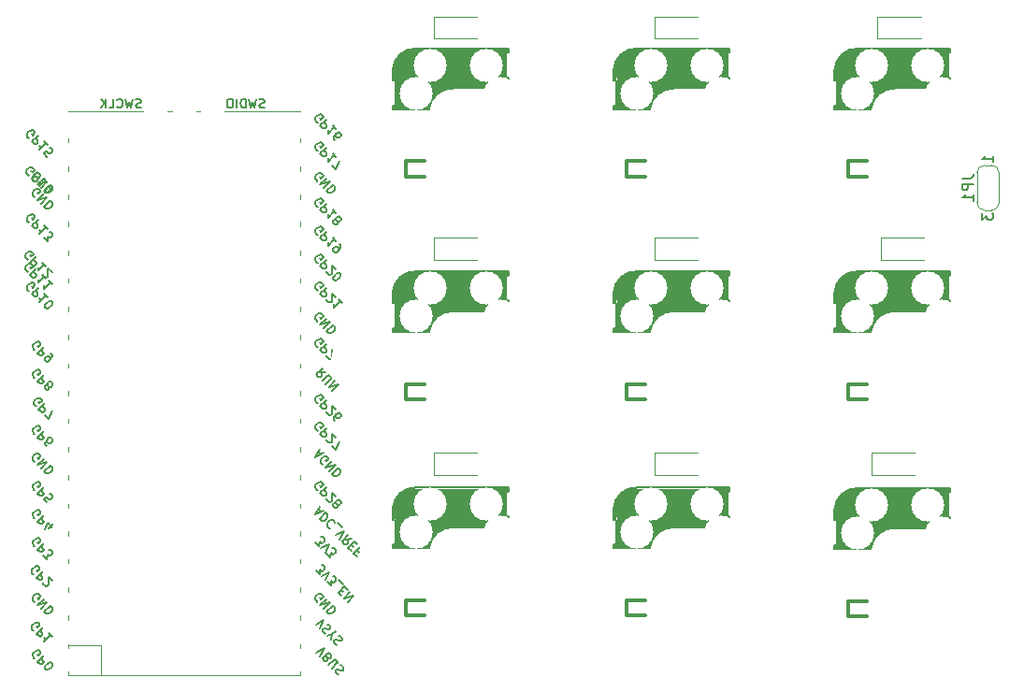
<source format=gbo>
%TF.GenerationSoftware,KiCad,Pcbnew,6.0.4-6f826c9f35~116~ubuntu20.04.1*%
%TF.CreationDate,2022-10-29T14:33:56+02:00*%
%TF.ProjectId,SofleTestBoard,536f666c-6554-4657-9374-426f6172642e,rev?*%
%TF.SameCoordinates,Original*%
%TF.FileFunction,Legend,Bot*%
%TF.FilePolarity,Positive*%
%FSLAX46Y46*%
G04 Gerber Fmt 4.6, Leading zero omitted, Abs format (unit mm)*
G04 Created by KiCad (PCBNEW 6.0.4-6f826c9f35~116~ubuntu20.04.1) date 2022-10-29 14:33:56*
%MOMM*%
%LPD*%
G01*
G04 APERTURE LIST*
G04 Aperture macros list*
%AMFreePoly0*
4,1,22,0.550000,-0.750000,0.000000,-0.750000,0.000000,-0.745033,-0.079941,-0.743568,-0.215256,-0.701293,-0.333266,-0.622738,-0.424486,-0.514219,-0.481581,-0.384460,-0.499164,-0.250000,-0.500000,-0.250000,-0.500000,0.250000,-0.499164,0.250000,-0.499963,0.256109,-0.478152,0.396186,-0.417904,0.524511,-0.324060,0.630769,-0.204165,0.706417,-0.067858,0.745374,0.000000,0.744959,0.000000,0.750000,
0.550000,0.750000,0.550000,-0.750000,0.550000,-0.750000,$1*%
%AMFreePoly1*
4,1,20,0.000000,0.744959,0.073905,0.744508,0.209726,0.703889,0.328688,0.626782,0.421226,0.519385,0.479903,0.390333,0.500000,0.250000,0.500000,-0.250000,0.499851,-0.262216,0.476331,-0.402017,0.414519,-0.529596,0.319384,-0.634700,0.198574,-0.708877,0.061801,-0.746166,0.000000,-0.745033,0.000000,-0.750000,-0.550000,-0.750000,-0.550000,0.750000,0.000000,0.750000,0.000000,0.744959,
0.000000,0.744959,$1*%
G04 Aperture macros list end*
%ADD10C,0.150000*%
%ADD11C,0.500000*%
%ADD12C,0.400000*%
%ADD13C,1.000000*%
%ADD14C,0.300000*%
%ADD15C,3.500000*%
%ADD16C,0.800000*%
%ADD17C,3.000000*%
%ADD18C,0.120000*%
%ADD19C,0.250000*%
%ADD20C,3.000000*%
%ADD21C,1.900000*%
%ADD22C,1.700000*%
%ADD23C,4.100000*%
%ADD24R,1.600000X1.000000*%
%ADD25R,2.300000X2.000000*%
%ADD26C,2.900000*%
%ADD27C,5.000000*%
%ADD28R,0.900000X1.200000*%
%ADD29O,1.800000X1.800000*%
%ADD30O,1.500000X1.500000*%
%ADD31R,3.500000X1.700000*%
%ADD32R,1.700000X3.500000*%
%ADD33FreePoly0,270.000000*%
%ADD34R,1.500000X1.000000*%
%ADD35FreePoly1,270.000000*%
G04 APERTURE END LIST*
D10*
%TO.C,U1*%
X90813096Y-83778781D02*
X90732284Y-83751844D01*
X90651471Y-83671032D01*
X90597597Y-83563282D01*
X90597597Y-83455532D01*
X90624534Y-83374720D01*
X90705346Y-83240033D01*
X90786158Y-83159221D01*
X90920845Y-83078409D01*
X91001658Y-83051471D01*
X91109407Y-83051471D01*
X91217157Y-83105346D01*
X91271032Y-83159221D01*
X91324906Y-83266971D01*
X91324906Y-83320845D01*
X91136345Y-83509407D01*
X91028595Y-83401658D01*
X91621218Y-83509407D02*
X91055532Y-84075093D01*
X91271032Y-84290592D01*
X91351844Y-84317529D01*
X91405719Y-84317529D01*
X91486531Y-84290592D01*
X91567343Y-84209780D01*
X91594280Y-84128967D01*
X91594280Y-84075093D01*
X91567343Y-83994280D01*
X91351844Y-83778781D01*
X91567343Y-84586903D02*
X91944467Y-84964027D01*
X92267715Y-84155905D01*
X90189722Y-59514407D02*
X90108910Y-59487470D01*
X90028097Y-59406658D01*
X89974223Y-59298908D01*
X89974223Y-59191158D01*
X90001160Y-59110346D01*
X90081972Y-58975659D01*
X90162784Y-58894847D01*
X90297471Y-58814035D01*
X90378284Y-58787097D01*
X90486033Y-58787097D01*
X90593783Y-58840972D01*
X90647658Y-58894847D01*
X90701532Y-59002597D01*
X90701532Y-59056471D01*
X90512971Y-59245033D01*
X90405221Y-59137284D01*
X90997844Y-59245033D02*
X90432158Y-59810719D01*
X90647658Y-60026218D01*
X90728470Y-60053155D01*
X90782345Y-60053155D01*
X90863157Y-60026218D01*
X90943969Y-59945406D01*
X90970906Y-59864593D01*
X90970906Y-59810719D01*
X90943969Y-59729906D01*
X90728470Y-59514407D01*
X91859841Y-60107030D02*
X91536592Y-59783781D01*
X91698216Y-59945406D02*
X91132531Y-60511091D01*
X91159468Y-60376404D01*
X91159468Y-60268654D01*
X91132531Y-60187842D01*
X91805966Y-61184526D02*
X91536592Y-60915152D01*
X91779028Y-60618841D01*
X91779028Y-60672715D01*
X91805966Y-60753528D01*
X91940653Y-60888215D01*
X92021465Y-60915152D01*
X92075340Y-60915152D01*
X92156152Y-60888215D01*
X92290839Y-60753528D01*
X92317776Y-60672715D01*
X92317776Y-60618841D01*
X92290839Y-60538028D01*
X92156152Y-60403341D01*
X92075340Y-60376404D01*
X92021465Y-60376404D01*
X116297722Y-83479407D02*
X116216910Y-83452470D01*
X116136097Y-83371658D01*
X116082223Y-83263908D01*
X116082223Y-83156158D01*
X116109160Y-83075346D01*
X116189972Y-82940659D01*
X116270784Y-82859847D01*
X116405471Y-82779035D01*
X116486284Y-82752097D01*
X116594033Y-82752097D01*
X116701783Y-82805972D01*
X116755658Y-82859847D01*
X116809532Y-82967597D01*
X116809532Y-83021471D01*
X116620971Y-83210033D01*
X116513221Y-83102284D01*
X117105844Y-83210033D02*
X116540158Y-83775719D01*
X116755658Y-83991218D01*
X116836470Y-84018155D01*
X116890345Y-84018155D01*
X116971157Y-83991218D01*
X117051969Y-83910406D01*
X117078906Y-83829593D01*
X117078906Y-83775719D01*
X117051969Y-83694906D01*
X116836470Y-83479407D01*
X117132781Y-84260592D02*
X117132781Y-84314467D01*
X117159719Y-84395279D01*
X117294406Y-84529966D01*
X117375218Y-84556903D01*
X117429093Y-84556903D01*
X117509905Y-84529966D01*
X117563780Y-84476091D01*
X117617654Y-84368341D01*
X117617654Y-83721844D01*
X117967841Y-84072030D01*
X117887028Y-85122589D02*
X117779279Y-85014839D01*
X117752341Y-84934027D01*
X117752341Y-84880152D01*
X117779279Y-84745465D01*
X117860091Y-84610778D01*
X118075590Y-84395279D01*
X118156402Y-84368341D01*
X118210277Y-84368341D01*
X118291089Y-84395279D01*
X118398839Y-84503028D01*
X118425776Y-84583841D01*
X118425776Y-84637715D01*
X118398839Y-84718528D01*
X118264152Y-84853215D01*
X118183340Y-84880152D01*
X118129465Y-84880152D01*
X118048653Y-84853215D01*
X117940903Y-84745465D01*
X117913966Y-84664653D01*
X117913966Y-84610778D01*
X117940903Y-84529966D01*
X90043722Y-70504408D02*
X89962910Y-70477471D01*
X89882097Y-70396659D01*
X89828223Y-70288909D01*
X89828223Y-70181159D01*
X89855160Y-70100347D01*
X89935972Y-69965660D01*
X90016784Y-69884848D01*
X90151471Y-69804036D01*
X90232284Y-69777098D01*
X90340033Y-69777098D01*
X90447783Y-69830973D01*
X90501658Y-69884848D01*
X90555532Y-69992598D01*
X90555532Y-70046472D01*
X90366971Y-70235034D01*
X90259221Y-70127285D01*
X90851844Y-70235034D02*
X90286158Y-70800720D01*
X90501658Y-71016219D01*
X90582470Y-71043156D01*
X90636345Y-71043156D01*
X90717157Y-71016219D01*
X90797969Y-70935407D01*
X90824906Y-70854594D01*
X90824906Y-70800720D01*
X90797969Y-70719907D01*
X90582470Y-70504408D01*
X91713841Y-71097031D02*
X91390592Y-70773782D01*
X91552216Y-70935407D02*
X90986531Y-71501092D01*
X91013468Y-71366405D01*
X91013468Y-71258655D01*
X90986531Y-71177843D01*
X91417529Y-71824341D02*
X91417529Y-71878216D01*
X91444467Y-71959028D01*
X91579154Y-72093715D01*
X91659966Y-72120652D01*
X91713841Y-72120652D01*
X91794653Y-72093715D01*
X91848528Y-72039840D01*
X91902402Y-71932090D01*
X91902402Y-71285593D01*
X92252589Y-71635779D01*
X90686158Y-88801844D02*
X90605346Y-88774906D01*
X90524534Y-88694094D01*
X90470659Y-88586345D01*
X90470659Y-88478595D01*
X90497597Y-88397783D01*
X90578409Y-88263096D01*
X90659221Y-88182284D01*
X90793908Y-88101471D01*
X90874720Y-88074534D01*
X90982470Y-88074534D01*
X91090219Y-88128409D01*
X91144094Y-88182284D01*
X91197969Y-88290033D01*
X91197969Y-88343908D01*
X91009407Y-88532470D01*
X90901658Y-88424720D01*
X91494280Y-88532470D02*
X90928595Y-89098155D01*
X91817529Y-88855719D01*
X91251844Y-89421404D01*
X92086903Y-89125093D02*
X91521218Y-89690778D01*
X91655905Y-89825465D01*
X91763654Y-89879340D01*
X91871404Y-89879340D01*
X91952216Y-89852402D01*
X92086903Y-89771590D01*
X92167715Y-89690778D01*
X92248528Y-89556091D01*
X92275465Y-89475279D01*
X92275465Y-89367529D01*
X92221590Y-89259780D01*
X92086903Y-89125093D01*
X90143722Y-62884408D02*
X90062910Y-62857471D01*
X89982097Y-62776659D01*
X89928223Y-62668909D01*
X89928223Y-62561159D01*
X89955160Y-62480347D01*
X90035972Y-62345660D01*
X90116784Y-62264848D01*
X90251471Y-62184036D01*
X90332284Y-62157098D01*
X90440033Y-62157098D01*
X90547783Y-62210973D01*
X90601658Y-62264848D01*
X90655532Y-62372598D01*
X90655532Y-62426472D01*
X90466971Y-62615034D01*
X90359221Y-62507285D01*
X90951844Y-62615034D02*
X90386158Y-63180720D01*
X90601658Y-63396219D01*
X90682470Y-63423156D01*
X90736345Y-63423156D01*
X90817157Y-63396219D01*
X90897969Y-63315407D01*
X90924906Y-63234594D01*
X90924906Y-63180720D01*
X90897969Y-63099907D01*
X90682470Y-62884408D01*
X91813841Y-63477031D02*
X91490592Y-63153782D01*
X91652216Y-63315407D02*
X91086531Y-63881092D01*
X91113468Y-63746405D01*
X91113468Y-63638655D01*
X91086531Y-63557843D01*
X91921590Y-64339028D02*
X92298714Y-63961904D01*
X91571404Y-64419840D02*
X91840778Y-63881092D01*
X92190964Y-64231278D01*
X116286158Y-101501844D02*
X116205346Y-101474906D01*
X116124534Y-101394094D01*
X116070659Y-101286345D01*
X116070659Y-101178595D01*
X116097597Y-101097783D01*
X116178409Y-100963096D01*
X116259221Y-100882284D01*
X116393908Y-100801471D01*
X116474720Y-100774534D01*
X116582470Y-100774534D01*
X116690219Y-100828409D01*
X116744094Y-100882284D01*
X116797969Y-100990033D01*
X116797969Y-101043908D01*
X116609407Y-101232470D01*
X116501658Y-101124720D01*
X117094280Y-101232470D02*
X116528595Y-101798155D01*
X117417529Y-101555719D01*
X116851844Y-102121404D01*
X117686903Y-101825093D02*
X117121218Y-102390778D01*
X117255905Y-102525465D01*
X117363654Y-102579340D01*
X117471404Y-102579340D01*
X117552216Y-102552402D01*
X117686903Y-102471590D01*
X117767715Y-102390778D01*
X117848528Y-102256091D01*
X117875465Y-102175279D01*
X117875465Y-102067529D01*
X117821590Y-101959780D01*
X117686903Y-101825093D01*
X116297722Y-65699407D02*
X116216910Y-65672470D01*
X116136097Y-65591658D01*
X116082223Y-65483908D01*
X116082223Y-65376158D01*
X116109160Y-65295346D01*
X116189972Y-65160659D01*
X116270784Y-65079847D01*
X116405471Y-64999035D01*
X116486284Y-64972097D01*
X116594033Y-64972097D01*
X116701783Y-65025972D01*
X116755658Y-65079847D01*
X116809532Y-65187597D01*
X116809532Y-65241471D01*
X116620971Y-65430033D01*
X116513221Y-65322284D01*
X117105844Y-65430033D02*
X116540158Y-65995719D01*
X116755658Y-66211218D01*
X116836470Y-66238155D01*
X116890345Y-66238155D01*
X116971157Y-66211218D01*
X117051969Y-66130406D01*
X117078906Y-66049593D01*
X117078906Y-65995719D01*
X117051969Y-65914906D01*
X116836470Y-65699407D01*
X117967841Y-66292030D02*
X117644592Y-65968781D01*
X117806216Y-66130406D02*
X117240531Y-66696091D01*
X117267468Y-66561404D01*
X117267468Y-66453654D01*
X117240531Y-66372842D01*
X117967841Y-66938528D02*
X117887028Y-66911590D01*
X117833154Y-66911590D01*
X117752341Y-66938528D01*
X117725404Y-66965465D01*
X117698467Y-67046277D01*
X117698467Y-67100152D01*
X117725404Y-67180964D01*
X117833154Y-67288714D01*
X117913966Y-67315651D01*
X117967841Y-67315651D01*
X118048653Y-67288714D01*
X118075590Y-67261776D01*
X118102528Y-67180964D01*
X118102528Y-67127089D01*
X118075590Y-67046277D01*
X117967841Y-66938528D01*
X117940903Y-66857715D01*
X117940903Y-66803841D01*
X117967841Y-66723028D01*
X118075590Y-66615279D01*
X118156402Y-66588341D01*
X118210277Y-66588341D01*
X118291089Y-66615279D01*
X118398839Y-66723028D01*
X118425776Y-66803841D01*
X118425776Y-66857715D01*
X118398839Y-66938528D01*
X118291089Y-67046277D01*
X118210277Y-67073215D01*
X118156402Y-67073215D01*
X118075590Y-67046277D01*
X116297722Y-78399407D02*
X116216910Y-78372470D01*
X116136097Y-78291658D01*
X116082223Y-78183908D01*
X116082223Y-78076158D01*
X116109160Y-77995346D01*
X116189972Y-77860659D01*
X116270784Y-77779847D01*
X116405471Y-77699035D01*
X116486284Y-77672097D01*
X116594033Y-77672097D01*
X116701783Y-77725972D01*
X116755658Y-77779847D01*
X116809532Y-77887597D01*
X116809532Y-77941471D01*
X116620971Y-78130033D01*
X116513221Y-78022284D01*
X117105844Y-78130033D02*
X116540158Y-78695719D01*
X116755658Y-78911218D01*
X116836470Y-78938155D01*
X116890345Y-78938155D01*
X116971157Y-78911218D01*
X117051969Y-78830406D01*
X117078906Y-78749593D01*
X117078906Y-78695719D01*
X117051969Y-78614906D01*
X116836470Y-78399407D01*
X117132781Y-79180592D02*
X117132781Y-79234467D01*
X117159719Y-79315279D01*
X117294406Y-79449966D01*
X117375218Y-79476903D01*
X117429093Y-79476903D01*
X117509905Y-79449966D01*
X117563780Y-79396091D01*
X117617654Y-79288341D01*
X117617654Y-78641844D01*
X117967841Y-78992030D01*
X117671529Y-79719340D02*
X117671529Y-79773215D01*
X117698467Y-79854027D01*
X117833154Y-79988714D01*
X117913966Y-80015651D01*
X117967841Y-80015651D01*
X118048653Y-79988714D01*
X118102528Y-79934839D01*
X118156402Y-79827089D01*
X118156402Y-79180592D01*
X118506589Y-79530778D01*
X90713096Y-86288781D02*
X90632284Y-86261844D01*
X90551471Y-86181032D01*
X90497597Y-86073282D01*
X90497597Y-85965532D01*
X90524534Y-85884720D01*
X90605346Y-85750033D01*
X90686158Y-85669221D01*
X90820845Y-85588409D01*
X90901658Y-85561471D01*
X91009407Y-85561471D01*
X91117157Y-85615346D01*
X91171032Y-85669221D01*
X91224906Y-85776971D01*
X91224906Y-85830845D01*
X91036345Y-86019407D01*
X90928595Y-85911658D01*
X91521218Y-86019407D02*
X90955532Y-86585093D01*
X91171032Y-86800592D01*
X91251844Y-86827529D01*
X91305719Y-86827529D01*
X91386531Y-86800592D01*
X91467343Y-86719780D01*
X91494280Y-86638967D01*
X91494280Y-86585093D01*
X91467343Y-86504280D01*
X91251844Y-86288781D01*
X91763654Y-87393215D02*
X91655905Y-87285465D01*
X91628967Y-87204653D01*
X91628967Y-87150778D01*
X91655905Y-87016091D01*
X91736717Y-86881404D01*
X91952216Y-86665905D01*
X92033028Y-86638967D01*
X92086903Y-86638967D01*
X92167715Y-86665905D01*
X92275465Y-86773654D01*
X92302402Y-86854467D01*
X92302402Y-86908341D01*
X92275465Y-86989154D01*
X92140778Y-87123841D01*
X92059966Y-87150778D01*
X92006091Y-87150778D01*
X91925279Y-87123841D01*
X91817529Y-87016091D01*
X91790592Y-86935279D01*
X91790592Y-86881404D01*
X91817529Y-86800592D01*
X116286158Y-63401844D02*
X116205346Y-63374906D01*
X116124534Y-63294094D01*
X116070659Y-63186345D01*
X116070659Y-63078595D01*
X116097597Y-62997783D01*
X116178409Y-62863096D01*
X116259221Y-62782284D01*
X116393908Y-62701471D01*
X116474720Y-62674534D01*
X116582470Y-62674534D01*
X116690219Y-62728409D01*
X116744094Y-62782284D01*
X116797969Y-62890033D01*
X116797969Y-62943908D01*
X116609407Y-63132470D01*
X116501658Y-63024720D01*
X117094280Y-63132470D02*
X116528595Y-63698155D01*
X117417529Y-63455719D01*
X116851844Y-64021404D01*
X117686903Y-63725093D02*
X117121218Y-64290778D01*
X117255905Y-64425465D01*
X117363654Y-64479340D01*
X117471404Y-64479340D01*
X117552216Y-64452402D01*
X117686903Y-64371590D01*
X117767715Y-64290778D01*
X117848528Y-64156091D01*
X117875465Y-64075279D01*
X117875465Y-63967529D01*
X117821590Y-63859780D01*
X117686903Y-63725093D01*
X116286158Y-76101844D02*
X116205346Y-76074906D01*
X116124534Y-75994094D01*
X116070659Y-75886345D01*
X116070659Y-75778595D01*
X116097597Y-75697783D01*
X116178409Y-75563096D01*
X116259221Y-75482284D01*
X116393908Y-75401471D01*
X116474720Y-75374534D01*
X116582470Y-75374534D01*
X116690219Y-75428409D01*
X116744094Y-75482284D01*
X116797969Y-75590033D01*
X116797969Y-75643908D01*
X116609407Y-75832470D01*
X116501658Y-75724720D01*
X117094280Y-75832470D02*
X116528595Y-76398155D01*
X117417529Y-76155719D01*
X116851844Y-76721404D01*
X117686903Y-76425093D02*
X117121218Y-76990778D01*
X117255905Y-77125465D01*
X117363654Y-77179340D01*
X117471404Y-77179340D01*
X117552216Y-77152402D01*
X117686903Y-77071590D01*
X117767715Y-76990778D01*
X117848528Y-76856091D01*
X117875465Y-76775279D01*
X117875465Y-76667529D01*
X117821590Y-76559780D01*
X117686903Y-76425093D01*
X116297722Y-73309407D02*
X116216910Y-73282470D01*
X116136097Y-73201658D01*
X116082223Y-73093908D01*
X116082223Y-72986158D01*
X116109160Y-72905346D01*
X116189972Y-72770659D01*
X116270784Y-72689847D01*
X116405471Y-72609035D01*
X116486284Y-72582097D01*
X116594033Y-72582097D01*
X116701783Y-72635972D01*
X116755658Y-72689847D01*
X116809532Y-72797597D01*
X116809532Y-72851471D01*
X116620971Y-73040033D01*
X116513221Y-72932284D01*
X117105844Y-73040033D02*
X116540158Y-73605719D01*
X116755658Y-73821218D01*
X116836470Y-73848155D01*
X116890345Y-73848155D01*
X116971157Y-73821218D01*
X117051969Y-73740406D01*
X117078906Y-73659593D01*
X117078906Y-73605719D01*
X117051969Y-73524906D01*
X116836470Y-73309407D01*
X117132781Y-74090592D02*
X117132781Y-74144467D01*
X117159719Y-74225279D01*
X117294406Y-74359966D01*
X117375218Y-74386903D01*
X117429093Y-74386903D01*
X117509905Y-74359966D01*
X117563780Y-74306091D01*
X117617654Y-74198341D01*
X117617654Y-73551844D01*
X117967841Y-73902030D01*
X118506589Y-74440778D02*
X118183340Y-74117529D01*
X118344964Y-74279154D02*
X117779279Y-74844839D01*
X117806216Y-74710152D01*
X117806216Y-74602402D01*
X117779279Y-74521590D01*
X116089847Y-96109407D02*
X116440033Y-96459593D01*
X116466971Y-96055532D01*
X116547783Y-96136345D01*
X116628595Y-96163282D01*
X116682470Y-96163282D01*
X116763282Y-96136345D01*
X116897969Y-96001658D01*
X116924906Y-95920845D01*
X116924906Y-95866971D01*
X116897969Y-95786158D01*
X116736345Y-95624534D01*
X116655532Y-95597597D01*
X116601658Y-95597597D01*
X116601658Y-96621218D02*
X117355905Y-96244094D01*
X116978781Y-96998341D01*
X117113468Y-97133028D02*
X117463654Y-97483215D01*
X117490592Y-97079154D01*
X117571404Y-97159966D01*
X117652216Y-97186903D01*
X117706091Y-97186903D01*
X117786903Y-97159966D01*
X117921590Y-97025279D01*
X117948528Y-96944467D01*
X117948528Y-96890592D01*
X117921590Y-96809780D01*
X117759966Y-96648155D01*
X117679154Y-96621218D01*
X117625279Y-96621218D01*
X90713096Y-96448781D02*
X90632284Y-96421844D01*
X90551471Y-96341032D01*
X90497597Y-96233282D01*
X90497597Y-96125532D01*
X90524534Y-96044720D01*
X90605346Y-95910033D01*
X90686158Y-95829221D01*
X90820845Y-95748409D01*
X90901658Y-95721471D01*
X91009407Y-95721471D01*
X91117157Y-95775346D01*
X91171032Y-95829221D01*
X91224906Y-95936971D01*
X91224906Y-95990845D01*
X91036345Y-96179407D01*
X90928595Y-96071658D01*
X91521218Y-96179407D02*
X90955532Y-96745093D01*
X91171032Y-96960592D01*
X91251844Y-96987529D01*
X91305719Y-96987529D01*
X91386531Y-96960592D01*
X91467343Y-96879780D01*
X91494280Y-96798967D01*
X91494280Y-96745093D01*
X91467343Y-96664280D01*
X91251844Y-96448781D01*
X91467343Y-97256903D02*
X91817529Y-97607089D01*
X91844467Y-97203028D01*
X91925279Y-97283841D01*
X92006091Y-97310778D01*
X92059966Y-97310778D01*
X92140778Y-97283841D01*
X92275465Y-97149154D01*
X92302402Y-97068341D01*
X92302402Y-97014467D01*
X92275465Y-96933654D01*
X92113841Y-96772030D01*
X92033028Y-96745093D01*
X91979154Y-96745093D01*
X90189722Y-73319407D02*
X90108910Y-73292470D01*
X90028097Y-73211658D01*
X89974223Y-73103908D01*
X89974223Y-72996158D01*
X90001160Y-72915346D01*
X90081972Y-72780659D01*
X90162784Y-72699847D01*
X90297471Y-72619035D01*
X90378284Y-72592097D01*
X90486033Y-72592097D01*
X90593783Y-72645972D01*
X90647658Y-72699847D01*
X90701532Y-72807597D01*
X90701532Y-72861471D01*
X90512971Y-73050033D01*
X90405221Y-72942284D01*
X90997844Y-73050033D02*
X90432158Y-73615719D01*
X90647658Y-73831218D01*
X90728470Y-73858155D01*
X90782345Y-73858155D01*
X90863157Y-73831218D01*
X90943969Y-73750406D01*
X90970906Y-73669593D01*
X90970906Y-73615719D01*
X90943969Y-73534906D01*
X90728470Y-73319407D01*
X91859841Y-73912030D02*
X91536592Y-73588781D01*
X91698216Y-73750406D02*
X91132531Y-74316091D01*
X91159468Y-74181404D01*
X91159468Y-74073654D01*
X91132531Y-73992842D01*
X91644341Y-74827902D02*
X91698216Y-74881776D01*
X91779028Y-74908714D01*
X91832903Y-74908714D01*
X91913715Y-74881776D01*
X92048402Y-74800964D01*
X92183089Y-74666277D01*
X92263902Y-74531590D01*
X92290839Y-74450778D01*
X92290839Y-74396903D01*
X92263902Y-74316091D01*
X92210027Y-74262216D01*
X92129215Y-74235279D01*
X92075340Y-74235279D01*
X91994528Y-74262216D01*
X91859841Y-74343028D01*
X91725154Y-74477715D01*
X91644341Y-74612402D01*
X91617404Y-74693215D01*
X91617404Y-74747089D01*
X91644341Y-74827902D01*
X116297722Y-60619407D02*
X116216910Y-60592470D01*
X116136097Y-60511658D01*
X116082223Y-60403908D01*
X116082223Y-60296158D01*
X116109160Y-60215346D01*
X116189972Y-60080659D01*
X116270784Y-59999847D01*
X116405471Y-59919035D01*
X116486284Y-59892097D01*
X116594033Y-59892097D01*
X116701783Y-59945972D01*
X116755658Y-59999847D01*
X116809532Y-60107597D01*
X116809532Y-60161471D01*
X116620971Y-60350033D01*
X116513221Y-60242284D01*
X117105844Y-60350033D02*
X116540158Y-60915719D01*
X116755658Y-61131218D01*
X116836470Y-61158155D01*
X116890345Y-61158155D01*
X116971157Y-61131218D01*
X117051969Y-61050406D01*
X117078906Y-60969593D01*
X117078906Y-60915719D01*
X117051969Y-60834906D01*
X116836470Y-60619407D01*
X117967841Y-61212030D02*
X117644592Y-60888781D01*
X117806216Y-61050406D02*
X117240531Y-61616091D01*
X117267468Y-61481404D01*
X117267468Y-61373654D01*
X117240531Y-61292842D01*
X117590717Y-61966277D02*
X117967841Y-62343401D01*
X118291089Y-61535279D01*
X90713096Y-106608781D02*
X90632284Y-106581844D01*
X90551471Y-106501032D01*
X90497597Y-106393282D01*
X90497597Y-106285532D01*
X90524534Y-106204720D01*
X90605346Y-106070033D01*
X90686158Y-105989221D01*
X90820845Y-105908409D01*
X90901658Y-105881471D01*
X91009407Y-105881471D01*
X91117157Y-105935346D01*
X91171032Y-105989221D01*
X91224906Y-106096971D01*
X91224906Y-106150845D01*
X91036345Y-106339407D01*
X90928595Y-106231658D01*
X91521218Y-106339407D02*
X90955532Y-106905093D01*
X91171032Y-107120592D01*
X91251844Y-107147529D01*
X91305719Y-107147529D01*
X91386531Y-107120592D01*
X91467343Y-107039780D01*
X91494280Y-106958967D01*
X91494280Y-106905093D01*
X91467343Y-106824280D01*
X91251844Y-106608781D01*
X91628967Y-107578528D02*
X91682842Y-107632402D01*
X91763654Y-107659340D01*
X91817529Y-107659340D01*
X91898341Y-107632402D01*
X92033028Y-107551590D01*
X92167715Y-107416903D01*
X92248528Y-107282216D01*
X92275465Y-107201404D01*
X92275465Y-107147529D01*
X92248528Y-107066717D01*
X92194653Y-107012842D01*
X92113841Y-106985905D01*
X92059966Y-106985905D01*
X91979154Y-107012842D01*
X91844467Y-107093654D01*
X91709780Y-107228341D01*
X91628967Y-107363028D01*
X91602030Y-107443841D01*
X91602030Y-107497715D01*
X91628967Y-107578528D01*
X116297722Y-58079407D02*
X116216910Y-58052470D01*
X116136097Y-57971658D01*
X116082223Y-57863908D01*
X116082223Y-57756158D01*
X116109160Y-57675346D01*
X116189972Y-57540659D01*
X116270784Y-57459847D01*
X116405471Y-57379035D01*
X116486284Y-57352097D01*
X116594033Y-57352097D01*
X116701783Y-57405972D01*
X116755658Y-57459847D01*
X116809532Y-57567597D01*
X116809532Y-57621471D01*
X116620971Y-57810033D01*
X116513221Y-57702284D01*
X117105844Y-57810033D02*
X116540158Y-58375719D01*
X116755658Y-58591218D01*
X116836470Y-58618155D01*
X116890345Y-58618155D01*
X116971157Y-58591218D01*
X117051969Y-58510406D01*
X117078906Y-58429593D01*
X117078906Y-58375719D01*
X117051969Y-58294906D01*
X116836470Y-58079407D01*
X117967841Y-58672030D02*
X117644592Y-58348781D01*
X117806216Y-58510406D02*
X117240531Y-59076091D01*
X117267468Y-58941404D01*
X117267468Y-58833654D01*
X117240531Y-58752842D01*
X117887028Y-59722589D02*
X117779279Y-59614839D01*
X117752341Y-59534027D01*
X117752341Y-59480152D01*
X117779279Y-59345465D01*
X117860091Y-59210778D01*
X118075590Y-58995279D01*
X118156402Y-58968341D01*
X118210277Y-58968341D01*
X118291089Y-58995279D01*
X118398839Y-59103028D01*
X118425776Y-59183841D01*
X118425776Y-59237715D01*
X118398839Y-59318528D01*
X118264152Y-59453215D01*
X118183340Y-59480152D01*
X118129465Y-59480152D01*
X118048653Y-59453215D01*
X117940903Y-59345465D01*
X117913966Y-59264653D01*
X117913966Y-59210778D01*
X117940903Y-59129966D01*
X116297722Y-91353407D02*
X116216910Y-91326470D01*
X116136097Y-91245658D01*
X116082223Y-91137908D01*
X116082223Y-91030158D01*
X116109160Y-90949346D01*
X116189972Y-90814659D01*
X116270784Y-90733847D01*
X116405471Y-90653035D01*
X116486284Y-90626097D01*
X116594033Y-90626097D01*
X116701783Y-90679972D01*
X116755658Y-90733847D01*
X116809532Y-90841597D01*
X116809532Y-90895471D01*
X116620971Y-91084033D01*
X116513221Y-90976284D01*
X117105844Y-91084033D02*
X116540158Y-91649719D01*
X116755658Y-91865218D01*
X116836470Y-91892155D01*
X116890345Y-91892155D01*
X116971157Y-91865218D01*
X117051969Y-91784406D01*
X117078906Y-91703593D01*
X117078906Y-91649719D01*
X117051969Y-91568906D01*
X116836470Y-91353407D01*
X117132781Y-92134592D02*
X117132781Y-92188467D01*
X117159719Y-92269279D01*
X117294406Y-92403966D01*
X117375218Y-92430903D01*
X117429093Y-92430903D01*
X117509905Y-92403966D01*
X117563780Y-92350091D01*
X117617654Y-92242341D01*
X117617654Y-91595844D01*
X117967841Y-91946030D01*
X117967841Y-92592528D02*
X117887028Y-92565590D01*
X117833154Y-92565590D01*
X117752341Y-92592528D01*
X117725404Y-92619465D01*
X117698467Y-92700277D01*
X117698467Y-92754152D01*
X117725404Y-92834964D01*
X117833154Y-92942714D01*
X117913966Y-92969651D01*
X117967841Y-92969651D01*
X118048653Y-92942714D01*
X118075590Y-92915776D01*
X118102528Y-92834964D01*
X118102528Y-92781089D01*
X118075590Y-92700277D01*
X117967841Y-92592528D01*
X117940903Y-92511715D01*
X117940903Y-92457841D01*
X117967841Y-92377028D01*
X118075590Y-92269279D01*
X118156402Y-92242341D01*
X118210277Y-92242341D01*
X118291089Y-92269279D01*
X118398839Y-92377028D01*
X118425776Y-92457841D01*
X118425776Y-92511715D01*
X118398839Y-92592528D01*
X118291089Y-92700277D01*
X118210277Y-92727215D01*
X118156402Y-92727215D01*
X118075590Y-92700277D01*
X90686158Y-63401844D02*
X90605346Y-63374906D01*
X90524534Y-63294094D01*
X90470659Y-63186345D01*
X90470659Y-63078595D01*
X90497597Y-62997783D01*
X90578409Y-62863096D01*
X90659221Y-62782284D01*
X90793908Y-62701471D01*
X90874720Y-62674534D01*
X90982470Y-62674534D01*
X91090219Y-62728409D01*
X91144094Y-62782284D01*
X91197969Y-62890033D01*
X91197969Y-62943908D01*
X91009407Y-63132470D01*
X90901658Y-63024720D01*
X91494280Y-63132470D02*
X90928595Y-63698155D01*
X91817529Y-63455719D01*
X91251844Y-64021404D01*
X92086903Y-63725093D02*
X91521218Y-64290778D01*
X91655905Y-64425465D01*
X91763654Y-64479340D01*
X91871404Y-64479340D01*
X91952216Y-64452402D01*
X92086903Y-64371590D01*
X92167715Y-64290778D01*
X92248528Y-64156091D01*
X92275465Y-64075279D01*
X92275465Y-63967529D01*
X92221590Y-63859780D01*
X92086903Y-63725093D01*
X90713096Y-93908781D02*
X90632284Y-93881844D01*
X90551471Y-93801032D01*
X90497597Y-93693282D01*
X90497597Y-93585532D01*
X90524534Y-93504720D01*
X90605346Y-93370033D01*
X90686158Y-93289221D01*
X90820845Y-93208409D01*
X90901658Y-93181471D01*
X91009407Y-93181471D01*
X91117157Y-93235346D01*
X91171032Y-93289221D01*
X91224906Y-93396971D01*
X91224906Y-93450845D01*
X91036345Y-93639407D01*
X90928595Y-93531658D01*
X91521218Y-93639407D02*
X90955532Y-94205093D01*
X91171032Y-94420592D01*
X91251844Y-94447529D01*
X91305719Y-94447529D01*
X91386531Y-94420592D01*
X91467343Y-94339780D01*
X91494280Y-94258967D01*
X91494280Y-94205093D01*
X91467343Y-94124280D01*
X91251844Y-93908781D01*
X91952216Y-94824653D02*
X92329340Y-94447529D01*
X91602030Y-94905465D02*
X91871404Y-94366717D01*
X92221590Y-94716903D01*
X100309523Y-56723809D02*
X100195238Y-56761904D01*
X100004761Y-56761904D01*
X99928571Y-56723809D01*
X99890476Y-56685714D01*
X99852380Y-56609523D01*
X99852380Y-56533333D01*
X99890476Y-56457142D01*
X99928571Y-56419047D01*
X100004761Y-56380952D01*
X100157142Y-56342857D01*
X100233333Y-56304761D01*
X100271428Y-56266666D01*
X100309523Y-56190476D01*
X100309523Y-56114285D01*
X100271428Y-56038095D01*
X100233333Y-56000000D01*
X100157142Y-55961904D01*
X99966666Y-55961904D01*
X99852380Y-56000000D01*
X99585714Y-55961904D02*
X99395238Y-56761904D01*
X99242857Y-56190476D01*
X99090476Y-56761904D01*
X98900000Y-55961904D01*
X98138095Y-56685714D02*
X98176190Y-56723809D01*
X98290476Y-56761904D01*
X98366666Y-56761904D01*
X98480952Y-56723809D01*
X98557142Y-56647619D01*
X98595238Y-56571428D01*
X98633333Y-56419047D01*
X98633333Y-56304761D01*
X98595238Y-56152380D01*
X98557142Y-56076190D01*
X98480952Y-56000000D01*
X98366666Y-55961904D01*
X98290476Y-55961904D01*
X98176190Y-56000000D01*
X98138095Y-56038095D01*
X97414285Y-56761904D02*
X97795238Y-56761904D01*
X97795238Y-55961904D01*
X97147619Y-56761904D02*
X97147619Y-55961904D01*
X96690476Y-56761904D02*
X97033333Y-56304761D01*
X96690476Y-55961904D02*
X97147619Y-56419047D01*
X90686158Y-101501844D02*
X90605346Y-101474906D01*
X90524534Y-101394094D01*
X90470659Y-101286345D01*
X90470659Y-101178595D01*
X90497597Y-101097783D01*
X90578409Y-100963096D01*
X90659221Y-100882284D01*
X90793908Y-100801471D01*
X90874720Y-100774534D01*
X90982470Y-100774534D01*
X91090219Y-100828409D01*
X91144094Y-100882284D01*
X91197969Y-100990033D01*
X91197969Y-101043908D01*
X91009407Y-101232470D01*
X90901658Y-101124720D01*
X91494280Y-101232470D02*
X90928595Y-101798155D01*
X91817529Y-101555719D01*
X91251844Y-102121404D01*
X92086903Y-101825093D02*
X91521218Y-102390778D01*
X91655905Y-102525465D01*
X91763654Y-102579340D01*
X91871404Y-102579340D01*
X91952216Y-102552402D01*
X92086903Y-102471590D01*
X92167715Y-102390778D01*
X92248528Y-102256091D01*
X92275465Y-102175279D01*
X92275465Y-102067529D01*
X92221590Y-101959780D01*
X92086903Y-101825093D01*
X116297722Y-86009407D02*
X116216910Y-85982470D01*
X116136097Y-85901658D01*
X116082223Y-85793908D01*
X116082223Y-85686158D01*
X116109160Y-85605346D01*
X116189972Y-85470659D01*
X116270784Y-85389847D01*
X116405471Y-85309035D01*
X116486284Y-85282097D01*
X116594033Y-85282097D01*
X116701783Y-85335972D01*
X116755658Y-85389847D01*
X116809532Y-85497597D01*
X116809532Y-85551471D01*
X116620971Y-85740033D01*
X116513221Y-85632284D01*
X117105844Y-85740033D02*
X116540158Y-86305719D01*
X116755658Y-86521218D01*
X116836470Y-86548155D01*
X116890345Y-86548155D01*
X116971157Y-86521218D01*
X117051969Y-86440406D01*
X117078906Y-86359593D01*
X117078906Y-86305719D01*
X117051969Y-86224906D01*
X116836470Y-86009407D01*
X117132781Y-86790592D02*
X117132781Y-86844467D01*
X117159719Y-86925279D01*
X117294406Y-87059966D01*
X117375218Y-87086903D01*
X117429093Y-87086903D01*
X117509905Y-87059966D01*
X117563780Y-87006091D01*
X117617654Y-86898341D01*
X117617654Y-86251844D01*
X117967841Y-86602030D01*
X117590717Y-87356277D02*
X117967841Y-87733401D01*
X118291089Y-86925279D01*
X90713096Y-78668781D02*
X90632284Y-78641844D01*
X90551471Y-78561032D01*
X90497597Y-78453282D01*
X90497597Y-78345532D01*
X90524534Y-78264720D01*
X90605346Y-78130033D01*
X90686158Y-78049221D01*
X90820845Y-77968409D01*
X90901658Y-77941471D01*
X91009407Y-77941471D01*
X91117157Y-77995346D01*
X91171032Y-78049221D01*
X91224906Y-78156971D01*
X91224906Y-78210845D01*
X91036345Y-78399407D01*
X90928595Y-78291658D01*
X91521218Y-78399407D02*
X90955532Y-78965093D01*
X91171032Y-79180592D01*
X91251844Y-79207529D01*
X91305719Y-79207529D01*
X91386531Y-79180592D01*
X91467343Y-79099780D01*
X91494280Y-79018967D01*
X91494280Y-78965093D01*
X91467343Y-78884280D01*
X91251844Y-78668781D01*
X92113841Y-78992030D02*
X92221590Y-79099780D01*
X92248528Y-79180592D01*
X92248528Y-79234467D01*
X92221590Y-79369154D01*
X92140778Y-79503841D01*
X91925279Y-79719340D01*
X91844467Y-79746277D01*
X91790592Y-79746277D01*
X91709780Y-79719340D01*
X91602030Y-79611590D01*
X91575093Y-79530778D01*
X91575093Y-79476903D01*
X91602030Y-79396091D01*
X91736717Y-79261404D01*
X91817529Y-79234467D01*
X91871404Y-79234467D01*
X91952216Y-79261404D01*
X92059966Y-79369154D01*
X92086903Y-79449966D01*
X92086903Y-79503841D01*
X92059966Y-79584653D01*
X116297722Y-70779407D02*
X116216910Y-70752470D01*
X116136097Y-70671658D01*
X116082223Y-70563908D01*
X116082223Y-70456158D01*
X116109160Y-70375346D01*
X116189972Y-70240659D01*
X116270784Y-70159847D01*
X116405471Y-70079035D01*
X116486284Y-70052097D01*
X116594033Y-70052097D01*
X116701783Y-70105972D01*
X116755658Y-70159847D01*
X116809532Y-70267597D01*
X116809532Y-70321471D01*
X116620971Y-70510033D01*
X116513221Y-70402284D01*
X117105844Y-70510033D02*
X116540158Y-71075719D01*
X116755658Y-71291218D01*
X116836470Y-71318155D01*
X116890345Y-71318155D01*
X116971157Y-71291218D01*
X117051969Y-71210406D01*
X117078906Y-71129593D01*
X117078906Y-71075719D01*
X117051969Y-70994906D01*
X116836470Y-70779407D01*
X117132781Y-71560592D02*
X117132781Y-71614467D01*
X117159719Y-71695279D01*
X117294406Y-71829966D01*
X117375218Y-71856903D01*
X117429093Y-71856903D01*
X117509905Y-71829966D01*
X117563780Y-71776091D01*
X117617654Y-71668341D01*
X117617654Y-71021844D01*
X117967841Y-71372030D01*
X117752341Y-72287902D02*
X117806216Y-72341776D01*
X117887028Y-72368714D01*
X117940903Y-72368714D01*
X118021715Y-72341776D01*
X118156402Y-72260964D01*
X118291089Y-72126277D01*
X118371902Y-71991590D01*
X118398839Y-71910778D01*
X118398839Y-71856903D01*
X118371902Y-71776091D01*
X118318027Y-71722216D01*
X118237215Y-71695279D01*
X118183340Y-71695279D01*
X118102528Y-71722216D01*
X117967841Y-71803028D01*
X117833154Y-71937715D01*
X117752341Y-72072402D01*
X117725404Y-72153215D01*
X117725404Y-72207089D01*
X117752341Y-72287902D01*
X116354788Y-93066226D02*
X116624162Y-93335600D01*
X116462537Y-92850727D02*
X116085414Y-93604974D01*
X116839661Y-93227850D01*
X117028223Y-93416412D02*
X116462537Y-93982097D01*
X116597224Y-94116784D01*
X116704974Y-94170659D01*
X116812723Y-94170659D01*
X116893536Y-94143722D01*
X117028223Y-94062910D01*
X117109035Y-93982097D01*
X117189847Y-93847410D01*
X117216784Y-93766598D01*
X117216784Y-93658849D01*
X117162910Y-93551099D01*
X117028223Y-93416412D01*
X117863282Y-94359221D02*
X117863282Y-94305346D01*
X117809407Y-94197597D01*
X117755532Y-94143722D01*
X117647783Y-94089847D01*
X117540033Y-94089847D01*
X117459221Y-94116784D01*
X117324534Y-94197597D01*
X117243722Y-94278409D01*
X117162910Y-94413096D01*
X117135972Y-94493908D01*
X117135972Y-94601658D01*
X117189847Y-94709407D01*
X117243722Y-94763282D01*
X117351471Y-94817157D01*
X117405346Y-94817157D01*
X118078781Y-94359221D02*
X118509780Y-94790219D01*
X117944094Y-95463654D02*
X118698341Y-95086531D01*
X118321218Y-95840778D01*
X119398714Y-95786903D02*
X118940778Y-95867715D01*
X119075465Y-95463654D02*
X118509780Y-96029340D01*
X118725279Y-96244839D01*
X118806091Y-96271776D01*
X118859966Y-96271776D01*
X118940778Y-96244839D01*
X119021590Y-96164027D01*
X119048528Y-96083215D01*
X119048528Y-96029340D01*
X119021590Y-95948528D01*
X118806091Y-95733028D01*
X119344839Y-96325651D02*
X119533401Y-96514213D01*
X119910524Y-96298714D02*
X119641150Y-96029340D01*
X119075465Y-96595025D01*
X119344839Y-96864399D01*
X120045211Y-97026024D02*
X119856650Y-96837462D01*
X120152961Y-96541150D02*
X119587276Y-97106836D01*
X119856650Y-97376210D01*
X116297722Y-68239407D02*
X116216910Y-68212470D01*
X116136097Y-68131658D01*
X116082223Y-68023908D01*
X116082223Y-67916158D01*
X116109160Y-67835346D01*
X116189972Y-67700659D01*
X116270784Y-67619847D01*
X116405471Y-67539035D01*
X116486284Y-67512097D01*
X116594033Y-67512097D01*
X116701783Y-67565972D01*
X116755658Y-67619847D01*
X116809532Y-67727597D01*
X116809532Y-67781471D01*
X116620971Y-67970033D01*
X116513221Y-67862284D01*
X117105844Y-67970033D02*
X116540158Y-68535719D01*
X116755658Y-68751218D01*
X116836470Y-68778155D01*
X116890345Y-68778155D01*
X116971157Y-68751218D01*
X117051969Y-68670406D01*
X117078906Y-68589593D01*
X117078906Y-68535719D01*
X117051969Y-68454906D01*
X116836470Y-68239407D01*
X117967841Y-68832030D02*
X117644592Y-68508781D01*
X117806216Y-68670406D02*
X117240531Y-69236091D01*
X117267468Y-69101404D01*
X117267468Y-68993654D01*
X117240531Y-68912842D01*
X118237215Y-69101404D02*
X118344964Y-69209154D01*
X118371902Y-69289966D01*
X118371902Y-69343841D01*
X118344964Y-69478528D01*
X118264152Y-69613215D01*
X118048653Y-69828714D01*
X117967841Y-69855651D01*
X117913966Y-69855651D01*
X117833154Y-69828714D01*
X117725404Y-69720964D01*
X117698467Y-69640152D01*
X117698467Y-69586277D01*
X117725404Y-69505465D01*
X117860091Y-69370778D01*
X117940903Y-69343841D01*
X117994778Y-69343841D01*
X118075590Y-69370778D01*
X118183340Y-69478528D01*
X118210277Y-69559340D01*
X118210277Y-69613215D01*
X118183340Y-69694027D01*
X90713096Y-91368781D02*
X90632284Y-91341844D01*
X90551471Y-91261032D01*
X90497597Y-91153282D01*
X90497597Y-91045532D01*
X90524534Y-90964720D01*
X90605346Y-90830033D01*
X90686158Y-90749221D01*
X90820845Y-90668409D01*
X90901658Y-90641471D01*
X91009407Y-90641471D01*
X91117157Y-90695346D01*
X91171032Y-90749221D01*
X91224906Y-90856971D01*
X91224906Y-90910845D01*
X91036345Y-91099407D01*
X90928595Y-90991658D01*
X91521218Y-91099407D02*
X90955532Y-91665093D01*
X91171032Y-91880592D01*
X91251844Y-91907529D01*
X91305719Y-91907529D01*
X91386531Y-91880592D01*
X91467343Y-91799780D01*
X91494280Y-91718967D01*
X91494280Y-91665093D01*
X91467343Y-91584280D01*
X91251844Y-91368781D01*
X91790592Y-92500152D02*
X91521218Y-92230778D01*
X91763654Y-91934467D01*
X91763654Y-91988341D01*
X91790592Y-92069154D01*
X91925279Y-92203841D01*
X92006091Y-92230778D01*
X92059966Y-92230778D01*
X92140778Y-92203841D01*
X92275465Y-92069154D01*
X92302402Y-91988341D01*
X92302402Y-91934467D01*
X92275465Y-91853654D01*
X92140778Y-91718967D01*
X92059966Y-91692030D01*
X92006091Y-91692030D01*
X116120473Y-103530033D02*
X116874720Y-103152910D01*
X116497597Y-103907157D01*
X117197969Y-103530033D02*
X117305719Y-103583908D01*
X117440406Y-103718595D01*
X117467343Y-103799407D01*
X117467343Y-103853282D01*
X117440406Y-103934094D01*
X117386531Y-103987969D01*
X117305719Y-104014906D01*
X117251844Y-104014906D01*
X117171032Y-103987969D01*
X117036345Y-103907157D01*
X116955532Y-103880219D01*
X116901658Y-103880219D01*
X116820845Y-103907157D01*
X116766971Y-103961032D01*
X116740033Y-104041844D01*
X116740033Y-104095719D01*
X116766971Y-104176531D01*
X116901658Y-104311218D01*
X117009407Y-104365093D01*
X117628967Y-104445905D02*
X117898341Y-104176531D01*
X117144094Y-104553654D02*
X117628967Y-104445905D01*
X117521218Y-104930778D01*
X118221590Y-104553654D02*
X118329340Y-104607529D01*
X118464027Y-104742216D01*
X118490964Y-104823028D01*
X118490964Y-104876903D01*
X118464027Y-104957715D01*
X118410152Y-105011590D01*
X118329340Y-105038528D01*
X118275465Y-105038528D01*
X118194653Y-105011590D01*
X118059966Y-104930778D01*
X117979154Y-104903841D01*
X117925279Y-104903841D01*
X117844467Y-104930778D01*
X117790592Y-104984653D01*
X117763654Y-105065465D01*
X117763654Y-105119340D01*
X117790592Y-105200152D01*
X117925279Y-105334839D01*
X118033028Y-105388714D01*
X116351597Y-87859035D02*
X116620971Y-88128409D01*
X116459346Y-87643536D02*
X116082223Y-88397783D01*
X116836470Y-88020659D01*
X116782595Y-89044280D02*
X116701783Y-89017343D01*
X116620971Y-88936531D01*
X116567096Y-88828781D01*
X116567096Y-88721032D01*
X116594033Y-88640219D01*
X116674845Y-88505532D01*
X116755658Y-88424720D01*
X116890345Y-88343908D01*
X116971157Y-88316971D01*
X117078906Y-88316971D01*
X117186656Y-88370845D01*
X117240531Y-88424720D01*
X117294406Y-88532470D01*
X117294406Y-88586345D01*
X117105844Y-88774906D01*
X116998094Y-88667157D01*
X117590717Y-88774906D02*
X117025032Y-89340592D01*
X117913966Y-89098155D01*
X117348280Y-89663841D01*
X118183340Y-89367529D02*
X117617654Y-89933215D01*
X117752341Y-90067902D01*
X117860091Y-90121776D01*
X117967841Y-90121776D01*
X118048653Y-90094839D01*
X118183340Y-90014027D01*
X118264152Y-89933215D01*
X118344964Y-89798528D01*
X118371902Y-89717715D01*
X118371902Y-89609966D01*
X118318027Y-89502216D01*
X118183340Y-89367529D01*
X90189722Y-67134407D02*
X90108910Y-67107470D01*
X90028097Y-67026658D01*
X89974223Y-66918908D01*
X89974223Y-66811158D01*
X90001160Y-66730346D01*
X90081972Y-66595659D01*
X90162784Y-66514847D01*
X90297471Y-66434035D01*
X90378284Y-66407097D01*
X90486033Y-66407097D01*
X90593783Y-66460972D01*
X90647658Y-66514847D01*
X90701532Y-66622597D01*
X90701532Y-66676471D01*
X90512971Y-66865033D01*
X90405221Y-66757284D01*
X90997844Y-66865033D02*
X90432158Y-67430719D01*
X90647658Y-67646218D01*
X90728470Y-67673155D01*
X90782345Y-67673155D01*
X90863157Y-67646218D01*
X90943969Y-67565406D01*
X90970906Y-67484593D01*
X90970906Y-67430719D01*
X90943969Y-67349906D01*
X90728470Y-67134407D01*
X91859841Y-67727030D02*
X91536592Y-67403781D01*
X91698216Y-67565406D02*
X91132531Y-68131091D01*
X91159468Y-67996404D01*
X91159468Y-67888654D01*
X91132531Y-67807842D01*
X91482717Y-68481277D02*
X91832903Y-68831463D01*
X91859841Y-68427402D01*
X91940653Y-68508215D01*
X92021465Y-68535152D01*
X92075340Y-68535152D01*
X92156152Y-68508215D01*
X92290839Y-68373528D01*
X92317776Y-68292715D01*
X92317776Y-68238841D01*
X92290839Y-68158028D01*
X92129215Y-67996404D01*
X92048402Y-67969467D01*
X91994528Y-67969467D01*
X90613096Y-98988781D02*
X90532284Y-98961844D01*
X90451471Y-98881032D01*
X90397597Y-98773282D01*
X90397597Y-98665532D01*
X90424534Y-98584720D01*
X90505346Y-98450033D01*
X90586158Y-98369221D01*
X90720845Y-98288409D01*
X90801658Y-98261471D01*
X90909407Y-98261471D01*
X91017157Y-98315346D01*
X91071032Y-98369221D01*
X91124906Y-98476971D01*
X91124906Y-98530845D01*
X90936345Y-98719407D01*
X90828595Y-98611658D01*
X91421218Y-98719407D02*
X90855532Y-99285093D01*
X91071032Y-99500592D01*
X91151844Y-99527529D01*
X91205719Y-99527529D01*
X91286531Y-99500592D01*
X91367343Y-99419780D01*
X91394280Y-99338967D01*
X91394280Y-99285093D01*
X91367343Y-99204280D01*
X91151844Y-98988781D01*
X91448155Y-99769966D02*
X91448155Y-99823841D01*
X91475093Y-99904653D01*
X91609780Y-100039340D01*
X91690592Y-100066277D01*
X91744467Y-100066277D01*
X91825279Y-100039340D01*
X91879154Y-99985465D01*
X91933028Y-99877715D01*
X91933028Y-99231218D01*
X92283215Y-99581404D01*
X111495238Y-56723809D02*
X111380952Y-56761904D01*
X111190476Y-56761904D01*
X111114285Y-56723809D01*
X111076190Y-56685714D01*
X111038095Y-56609523D01*
X111038095Y-56533333D01*
X111076190Y-56457142D01*
X111114285Y-56419047D01*
X111190476Y-56380952D01*
X111342857Y-56342857D01*
X111419047Y-56304761D01*
X111457142Y-56266666D01*
X111495238Y-56190476D01*
X111495238Y-56114285D01*
X111457142Y-56038095D01*
X111419047Y-56000000D01*
X111342857Y-55961904D01*
X111152380Y-55961904D01*
X111038095Y-56000000D01*
X110771428Y-55961904D02*
X110580952Y-56761904D01*
X110428571Y-56190476D01*
X110276190Y-56761904D01*
X110085714Y-55961904D01*
X109780952Y-56761904D02*
X109780952Y-55961904D01*
X109590476Y-55961904D01*
X109476190Y-56000000D01*
X109400000Y-56076190D01*
X109361904Y-56152380D01*
X109323809Y-56304761D01*
X109323809Y-56419047D01*
X109361904Y-56571428D01*
X109400000Y-56647619D01*
X109476190Y-56723809D01*
X109590476Y-56761904D01*
X109780952Y-56761904D01*
X108980952Y-56761904D02*
X108980952Y-55961904D01*
X108447619Y-55961904D02*
X108295238Y-55961904D01*
X108219047Y-56000000D01*
X108142857Y-56076190D01*
X108104761Y-56228571D01*
X108104761Y-56495238D01*
X108142857Y-56647619D01*
X108219047Y-56723809D01*
X108295238Y-56761904D01*
X108447619Y-56761904D01*
X108523809Y-56723809D01*
X108600000Y-56647619D01*
X108638095Y-56495238D01*
X108638095Y-56228571D01*
X108600000Y-56076190D01*
X108523809Y-56000000D01*
X108447619Y-55961904D01*
X90713096Y-81208781D02*
X90632284Y-81181844D01*
X90551471Y-81101032D01*
X90497597Y-80993282D01*
X90497597Y-80885532D01*
X90524534Y-80804720D01*
X90605346Y-80670033D01*
X90686158Y-80589221D01*
X90820845Y-80508409D01*
X90901658Y-80481471D01*
X91009407Y-80481471D01*
X91117157Y-80535346D01*
X91171032Y-80589221D01*
X91224906Y-80696971D01*
X91224906Y-80750845D01*
X91036345Y-80939407D01*
X90928595Y-80831658D01*
X91521218Y-80939407D02*
X90955532Y-81505093D01*
X91171032Y-81720592D01*
X91251844Y-81747529D01*
X91305719Y-81747529D01*
X91386531Y-81720592D01*
X91467343Y-81639780D01*
X91494280Y-81558967D01*
X91494280Y-81505093D01*
X91467343Y-81424280D01*
X91251844Y-81208781D01*
X91844467Y-81909154D02*
X91763654Y-81882216D01*
X91709780Y-81882216D01*
X91628967Y-81909154D01*
X91602030Y-81936091D01*
X91575093Y-82016903D01*
X91575093Y-82070778D01*
X91602030Y-82151590D01*
X91709780Y-82259340D01*
X91790592Y-82286277D01*
X91844467Y-82286277D01*
X91925279Y-82259340D01*
X91952216Y-82232402D01*
X91979154Y-82151590D01*
X91979154Y-82097715D01*
X91952216Y-82016903D01*
X91844467Y-81909154D01*
X91817529Y-81828341D01*
X91817529Y-81774467D01*
X91844467Y-81693654D01*
X91952216Y-81585905D01*
X92033028Y-81558967D01*
X92086903Y-81558967D01*
X92167715Y-81585905D01*
X92275465Y-81693654D01*
X92302402Y-81774467D01*
X92302402Y-81828341D01*
X92275465Y-81909154D01*
X92167715Y-82016903D01*
X92086903Y-82043841D01*
X92033028Y-82043841D01*
X91952216Y-82016903D01*
X117038375Y-80656564D02*
X116580439Y-80737377D01*
X116715126Y-80333316D02*
X116149441Y-80899001D01*
X116364940Y-81114500D01*
X116445752Y-81141438D01*
X116499627Y-81141438D01*
X116580439Y-81114500D01*
X116661251Y-81033688D01*
X116688189Y-80952876D01*
X116688189Y-80899001D01*
X116661251Y-80818189D01*
X116445752Y-80602690D01*
X116715126Y-81464687D02*
X117173062Y-81006751D01*
X117253874Y-80979813D01*
X117307749Y-80979813D01*
X117388561Y-81006751D01*
X117496311Y-81114500D01*
X117523248Y-81195312D01*
X117523248Y-81249187D01*
X117496311Y-81330000D01*
X117038375Y-81787935D01*
X117873435Y-81491624D02*
X117307749Y-82057309D01*
X118196683Y-81814873D01*
X117630998Y-82380558D01*
X90686158Y-64836844D02*
X90605346Y-64809906D01*
X90524534Y-64729094D01*
X90470659Y-64621345D01*
X90470659Y-64513595D01*
X90497597Y-64432783D01*
X90578409Y-64298096D01*
X90659221Y-64217284D01*
X90793908Y-64136471D01*
X90874720Y-64109534D01*
X90982470Y-64109534D01*
X91090219Y-64163409D01*
X91144094Y-64217284D01*
X91197969Y-64325033D01*
X91197969Y-64378908D01*
X91009407Y-64567470D01*
X90901658Y-64459720D01*
X91494280Y-64567470D02*
X90928595Y-65133155D01*
X91817529Y-64890719D01*
X91251844Y-65456404D01*
X92086903Y-65160093D02*
X91521218Y-65725778D01*
X91655905Y-65860465D01*
X91763654Y-65914340D01*
X91871404Y-65914340D01*
X91952216Y-65887402D01*
X92086903Y-65806590D01*
X92167715Y-65725778D01*
X92248528Y-65591091D01*
X92275465Y-65510279D01*
X92275465Y-65402529D01*
X92221590Y-65294780D01*
X92086903Y-65160093D01*
X116122131Y-98641691D02*
X116472317Y-98991877D01*
X116499255Y-98587816D01*
X116580067Y-98668629D01*
X116660879Y-98695566D01*
X116714754Y-98695566D01*
X116795566Y-98668629D01*
X116930253Y-98533942D01*
X116957190Y-98453129D01*
X116957190Y-98399255D01*
X116930253Y-98318442D01*
X116768629Y-98156818D01*
X116687816Y-98129881D01*
X116633942Y-98129881D01*
X116633942Y-99153502D02*
X117388189Y-98776378D01*
X117011065Y-99530625D01*
X117145752Y-99665312D02*
X117495938Y-100015499D01*
X117522876Y-99611438D01*
X117603688Y-99692250D01*
X117684500Y-99719187D01*
X117738375Y-99719187D01*
X117819187Y-99692250D01*
X117953874Y-99557563D01*
X117980812Y-99476751D01*
X117980812Y-99422876D01*
X117953874Y-99342064D01*
X117792250Y-99180439D01*
X117711438Y-99153502D01*
X117657563Y-99153502D01*
X118223248Y-99503688D02*
X118654247Y-99934687D01*
X118438748Y-100419560D02*
X118627309Y-100608122D01*
X119004433Y-100392622D02*
X118735059Y-100123248D01*
X118169374Y-100688934D01*
X118438748Y-100958308D01*
X119246870Y-100635059D02*
X118681184Y-101200744D01*
X119570118Y-100958308D01*
X119004433Y-101523993D01*
X116153129Y-106072690D02*
X116907377Y-105695566D01*
X116530253Y-106449813D01*
X117176751Y-106557563D02*
X117284500Y-106611438D01*
X117338375Y-106611438D01*
X117419187Y-106584500D01*
X117500000Y-106503688D01*
X117526937Y-106422876D01*
X117526937Y-106369001D01*
X117500000Y-106288189D01*
X117284500Y-106072690D01*
X116718815Y-106638375D01*
X116907377Y-106826937D01*
X116988189Y-106853874D01*
X117042064Y-106853874D01*
X117122876Y-106826937D01*
X117176751Y-106773062D01*
X117203688Y-106692250D01*
X117203688Y-106638375D01*
X117176751Y-106557563D01*
X116988189Y-106369001D01*
X117284500Y-107204061D02*
X117742436Y-106746125D01*
X117823248Y-106719187D01*
X117877123Y-106719187D01*
X117957935Y-106746125D01*
X118065685Y-106853874D01*
X118092622Y-106934687D01*
X118092622Y-106988561D01*
X118065685Y-107069374D01*
X117607749Y-107527309D01*
X118388934Y-107230998D02*
X118496683Y-107284873D01*
X118631370Y-107419560D01*
X118658308Y-107500372D01*
X118658308Y-107554247D01*
X118631370Y-107635059D01*
X118577496Y-107688934D01*
X118496683Y-107715871D01*
X118442809Y-107715871D01*
X118361996Y-107688934D01*
X118227309Y-107608122D01*
X118146497Y-107581184D01*
X118092622Y-107581184D01*
X118011810Y-107608122D01*
X117957935Y-107661996D01*
X117930998Y-107742809D01*
X117930998Y-107796683D01*
X117957935Y-107877496D01*
X118092622Y-108012183D01*
X118200372Y-108066057D01*
X90043722Y-71609408D02*
X89962910Y-71582471D01*
X89882097Y-71501659D01*
X89828223Y-71393909D01*
X89828223Y-71286159D01*
X89855160Y-71205347D01*
X89935972Y-71070660D01*
X90016784Y-70989848D01*
X90151471Y-70909036D01*
X90232284Y-70882098D01*
X90340033Y-70882098D01*
X90447783Y-70935973D01*
X90501658Y-70989848D01*
X90555532Y-71097598D01*
X90555532Y-71151472D01*
X90366971Y-71340034D01*
X90259221Y-71232285D01*
X90851844Y-71340034D02*
X90286158Y-71905720D01*
X90501658Y-72121219D01*
X90582470Y-72148156D01*
X90636345Y-72148156D01*
X90717157Y-72121219D01*
X90797969Y-72040407D01*
X90824906Y-71959594D01*
X90824906Y-71905720D01*
X90797969Y-71824907D01*
X90582470Y-71609408D01*
X91713841Y-72202031D02*
X91390592Y-71878782D01*
X91552216Y-72040407D02*
X90986531Y-72606092D01*
X91013468Y-72471405D01*
X91013468Y-72363655D01*
X90986531Y-72282843D01*
X92252589Y-72740779D02*
X91929340Y-72417530D01*
X92090964Y-72579155D02*
X91525279Y-73144840D01*
X91552216Y-73010153D01*
X91552216Y-72902403D01*
X91525279Y-72821591D01*
X90613096Y-104078781D02*
X90532284Y-104051844D01*
X90451471Y-103971032D01*
X90397597Y-103863282D01*
X90397597Y-103755532D01*
X90424534Y-103674720D01*
X90505346Y-103540033D01*
X90586158Y-103459221D01*
X90720845Y-103378409D01*
X90801658Y-103351471D01*
X90909407Y-103351471D01*
X91017157Y-103405346D01*
X91071032Y-103459221D01*
X91124906Y-103566971D01*
X91124906Y-103620845D01*
X90936345Y-103809407D01*
X90828595Y-103701658D01*
X91421218Y-103809407D02*
X90855532Y-104375093D01*
X91071032Y-104590592D01*
X91151844Y-104617529D01*
X91205719Y-104617529D01*
X91286531Y-104590592D01*
X91367343Y-104509780D01*
X91394280Y-104428967D01*
X91394280Y-104375093D01*
X91367343Y-104294280D01*
X91151844Y-104078781D01*
X92283215Y-104671404D02*
X91959966Y-104348155D01*
X92121590Y-104509780D02*
X91555905Y-105075465D01*
X91582842Y-104940778D01*
X91582842Y-104833028D01*
X91555905Y-104752216D01*
%TO.C,JP1*%
X174652380Y-63166666D02*
X175366666Y-63166666D01*
X175509523Y-63119047D01*
X175604761Y-63023809D01*
X175652380Y-62880952D01*
X175652380Y-62785714D01*
X175652380Y-63642857D02*
X174652380Y-63642857D01*
X174652380Y-64023809D01*
X174700000Y-64119047D01*
X174747619Y-64166666D01*
X174842857Y-64214285D01*
X174985714Y-64214285D01*
X175080952Y-64166666D01*
X175128571Y-64119047D01*
X175176190Y-64023809D01*
X175176190Y-63642857D01*
X175652380Y-65166666D02*
X175652380Y-64595238D01*
X175652380Y-64880952D02*
X174652380Y-64880952D01*
X174795238Y-64785714D01*
X174890476Y-64690476D01*
X174938095Y-64595238D01*
X177452380Y-61685714D02*
X177452380Y-61114285D01*
X177452380Y-61400000D02*
X176452380Y-61400000D01*
X176595238Y-61304761D01*
X176690476Y-61209523D01*
X176738095Y-61114285D01*
X176452380Y-66266666D02*
X176452380Y-66885714D01*
X176833333Y-66552380D01*
X176833333Y-66695238D01*
X176880952Y-66790476D01*
X176928571Y-66838095D01*
X177023809Y-66885714D01*
X177261904Y-66885714D01*
X177357142Y-66838095D01*
X177404761Y-66790476D01*
X177452380Y-66695238D01*
X177452380Y-66409523D01*
X177404761Y-66314285D01*
X177357142Y-66266666D01*
D11*
%TO.C,SW4*%
X133300000Y-74869999D02*
X131900000Y-74869999D01*
D10*
X133400000Y-71919999D02*
X133600000Y-71919999D01*
X123300000Y-76709999D02*
X123100000Y-76709999D01*
D12*
X133400000Y-71769999D02*
X132000000Y-71769999D01*
D13*
X132900000Y-72169999D02*
X132900000Y-74669999D01*
D14*
X123200000Y-74369998D02*
X123200000Y-73469999D01*
X124300000Y-83169999D02*
X124300000Y-81769999D01*
D10*
X123100000Y-77069999D02*
X123100000Y-76709999D01*
X123100000Y-73469999D02*
X123100000Y-74469999D01*
X133600000Y-71569999D02*
X125199999Y-71569999D01*
X133380000Y-74169999D02*
X133380000Y-71919999D01*
X123330000Y-74469999D02*
X123330000Y-76709999D01*
D15*
X131600000Y-73369999D02*
X124900000Y-73369999D01*
D10*
X133600000Y-75169999D02*
X133600000Y-74169999D01*
D16*
X123700000Y-76569999D02*
X123700000Y-74770000D01*
D12*
X133400000Y-74269999D02*
X133400000Y-74969999D01*
D10*
X133600000Y-71919999D02*
X133600000Y-71569999D01*
D14*
X126000000Y-83169999D02*
X124300000Y-83169999D01*
D10*
X123100000Y-74469999D02*
X123300000Y-74469999D01*
D17*
X124830000Y-73069999D02*
X124830000Y-75309999D01*
D11*
X123300000Y-76869999D02*
X126000000Y-76869999D01*
D14*
X124300000Y-81769999D02*
X126000000Y-81769999D01*
D10*
X133600000Y-74169999D02*
X133400000Y-74169999D01*
X123100000Y-77069999D02*
X126380000Y-77069999D01*
X128600000Y-75169999D02*
X133600000Y-75169999D01*
D13*
X128200000Y-74769999D02*
G75*
G03*
X125983682Y-76648528I-65001J-2169999D01*
G01*
D10*
X128600000Y-75169999D02*
G75*
G03*
X126383682Y-77048528I-65001J-2169999D01*
G01*
X125199999Y-71569998D02*
G75*
G03*
X123100000Y-73470000I-100000J-1999999D01*
G01*
D11*
%TO.C,SW5*%
X153300000Y-74869999D02*
X151900000Y-74869999D01*
D10*
X153400000Y-71919999D02*
X153600000Y-71919999D01*
X143300000Y-76709999D02*
X143100000Y-76709999D01*
D12*
X153400000Y-71769999D02*
X152000000Y-71769999D01*
D13*
X152900000Y-72169999D02*
X152900000Y-74669999D01*
D14*
X143200000Y-74369998D02*
X143200000Y-73469999D01*
X144300000Y-83169999D02*
X144300000Y-81769999D01*
D10*
X143100000Y-77069999D02*
X143100000Y-76709999D01*
X143100000Y-73469999D02*
X143100000Y-74469999D01*
X153600000Y-71569999D02*
X145199999Y-71569999D01*
X153380000Y-74169999D02*
X153380000Y-71919999D01*
X143330000Y-74469999D02*
X143330000Y-76709999D01*
D15*
X151600000Y-73369999D02*
X144900000Y-73369999D01*
D10*
X153600000Y-75169999D02*
X153600000Y-74169999D01*
D16*
X143700000Y-76569999D02*
X143700000Y-74770000D01*
D12*
X153400000Y-74269999D02*
X153400000Y-74969999D01*
D10*
X153600000Y-71919999D02*
X153600000Y-71569999D01*
D14*
X146000000Y-83169999D02*
X144300000Y-83169999D01*
D10*
X143100000Y-74469999D02*
X143300000Y-74469999D01*
D17*
X144830000Y-73069999D02*
X144830000Y-75309999D01*
D11*
X143300000Y-76869999D02*
X146000000Y-76869999D01*
D14*
X144300000Y-81769999D02*
X146000000Y-81769999D01*
D10*
X153600000Y-74169999D02*
X153400000Y-74169999D01*
X143100000Y-77069999D02*
X146380000Y-77069999D01*
X148600000Y-75169999D02*
X153600000Y-75169999D01*
D13*
X148200000Y-74769999D02*
G75*
G03*
X145983682Y-76648528I-65001J-2169999D01*
G01*
D10*
X148600000Y-75169999D02*
G75*
G03*
X146383682Y-77048528I-65001J-2169999D01*
G01*
X145199999Y-71569998D02*
G75*
G03*
X143100000Y-73470000I-100000J-1999999D01*
G01*
D11*
%TO.C,SW1*%
X133300000Y-54700000D02*
X131900000Y-54700000D01*
D10*
X133400000Y-51750000D02*
X133600000Y-51750000D01*
X123300000Y-56540000D02*
X123100000Y-56540000D01*
D12*
X133400000Y-51600000D02*
X132000000Y-51600000D01*
D13*
X132900000Y-52000000D02*
X132900000Y-54500000D01*
D14*
X123200000Y-54199999D02*
X123200000Y-53300000D01*
X124300000Y-63000000D02*
X124300000Y-61600000D01*
D10*
X123100000Y-56900000D02*
X123100000Y-56540000D01*
X123100000Y-53300000D02*
X123100000Y-54300000D01*
X133600000Y-51400000D02*
X125199999Y-51400000D01*
X133380000Y-54000000D02*
X133380000Y-51750000D01*
X123330000Y-54300000D02*
X123330000Y-56540000D01*
D15*
X131600000Y-53200000D02*
X124900000Y-53200000D01*
D10*
X133600000Y-55000000D02*
X133600000Y-54000000D01*
D16*
X123700000Y-56400000D02*
X123700000Y-54600001D01*
D12*
X133400000Y-54100000D02*
X133400000Y-54800000D01*
D10*
X133600000Y-51750000D02*
X133600000Y-51400000D01*
D14*
X126000000Y-63000000D02*
X124300000Y-63000000D01*
D10*
X123100000Y-54300000D02*
X123300000Y-54300000D01*
D17*
X124830000Y-52900000D02*
X124830000Y-55140000D01*
D11*
X123300000Y-56700000D02*
X126000000Y-56700000D01*
D14*
X124300000Y-61600000D02*
X126000000Y-61600000D01*
D10*
X133600000Y-54000000D02*
X133400000Y-54000000D01*
X123100000Y-56900000D02*
X126380000Y-56900000D01*
X128600000Y-55000000D02*
X133600000Y-55000000D01*
D13*
X128200000Y-54600000D02*
G75*
G03*
X125983682Y-56478529I-65001J-2169999D01*
G01*
D10*
X128600000Y-55000000D02*
G75*
G03*
X126383682Y-56878529I-65001J-2169999D01*
G01*
X125199999Y-51399999D02*
G75*
G03*
X123100000Y-53300001I-100000J-1999999D01*
G01*
D11*
%TO.C,SW9*%
X173300000Y-94500000D02*
X171900000Y-94500000D01*
D10*
X173400000Y-91550000D02*
X173600000Y-91550000D01*
X163300000Y-96340000D02*
X163100000Y-96340000D01*
D12*
X173400000Y-91400000D02*
X172000000Y-91400000D01*
D13*
X172900000Y-91800000D02*
X172900000Y-94300000D01*
D14*
X163200000Y-93999999D02*
X163200000Y-93100000D01*
X164300000Y-102800000D02*
X164300000Y-101400000D01*
D10*
X163100000Y-96700000D02*
X163100000Y-96340000D01*
X163100000Y-93100000D02*
X163100000Y-94100000D01*
X173600000Y-91200000D02*
X165199999Y-91200000D01*
X173380000Y-93800000D02*
X173380000Y-91550000D01*
X163330000Y-94100000D02*
X163330000Y-96340000D01*
D15*
X171600000Y-93000000D02*
X164900000Y-93000000D01*
D10*
X173600000Y-94800000D02*
X173600000Y-93800000D01*
D16*
X163700000Y-96200000D02*
X163700000Y-94400001D01*
D12*
X173400000Y-93900000D02*
X173400000Y-94600000D01*
D10*
X173600000Y-91550000D02*
X173600000Y-91200000D01*
D14*
X166000000Y-102800000D02*
X164300000Y-102800000D01*
D10*
X163100000Y-94100000D02*
X163300000Y-94100000D01*
D17*
X164830000Y-92700000D02*
X164830000Y-94940000D01*
D11*
X163300000Y-96500000D02*
X166000000Y-96500000D01*
D14*
X164300000Y-101400000D02*
X166000000Y-101400000D01*
D10*
X173600000Y-93800000D02*
X173400000Y-93800000D01*
X163100000Y-96700000D02*
X166380000Y-96700000D01*
X168600000Y-94800000D02*
X173600000Y-94800000D01*
D13*
X168200000Y-94400000D02*
G75*
G03*
X165983682Y-96278529I-65001J-2169999D01*
G01*
D10*
X168600000Y-94800000D02*
G75*
G03*
X166383682Y-96678529I-65001J-2169999D01*
G01*
X165199999Y-91199999D02*
G75*
G03*
X163100000Y-93100001I-100000J-1999999D01*
G01*
D11*
%TO.C,SW3*%
X173300000Y-54700000D02*
X171900000Y-54700000D01*
D10*
X173400000Y-51750000D02*
X173600000Y-51750000D01*
X163300000Y-56540000D02*
X163100000Y-56540000D01*
D12*
X173400000Y-51600000D02*
X172000000Y-51600000D01*
D13*
X172900000Y-52000000D02*
X172900000Y-54500000D01*
D14*
X163200000Y-54199999D02*
X163200000Y-53300000D01*
X164300000Y-63000000D02*
X164300000Y-61600000D01*
D10*
X163100000Y-56900000D02*
X163100000Y-56540000D01*
X163100000Y-53300000D02*
X163100000Y-54300000D01*
X173600000Y-51400000D02*
X165199999Y-51400000D01*
X173380000Y-54000000D02*
X173380000Y-51750000D01*
X163330000Y-54300000D02*
X163330000Y-56540000D01*
D15*
X171600000Y-53200000D02*
X164900000Y-53200000D01*
D10*
X173600000Y-55000000D02*
X173600000Y-54000000D01*
D16*
X163700000Y-56400000D02*
X163700000Y-54600001D01*
D12*
X173400000Y-54100000D02*
X173400000Y-54800000D01*
D10*
X173600000Y-51750000D02*
X173600000Y-51400000D01*
D14*
X166000000Y-63000000D02*
X164300000Y-63000000D01*
D10*
X163100000Y-54300000D02*
X163300000Y-54300000D01*
D17*
X164830000Y-52900000D02*
X164830000Y-55140000D01*
D11*
X163300000Y-56700000D02*
X166000000Y-56700000D01*
D14*
X164300000Y-61600000D02*
X166000000Y-61600000D01*
D10*
X173600000Y-54000000D02*
X173400000Y-54000000D01*
X163100000Y-56900000D02*
X166380000Y-56900000D01*
X168600000Y-55000000D02*
X173600000Y-55000000D01*
D13*
X168200000Y-54600000D02*
G75*
G03*
X165983682Y-56478529I-65001J-2169999D01*
G01*
D10*
X168600000Y-55000000D02*
G75*
G03*
X166383682Y-56878529I-65001J-2169999D01*
G01*
X165199999Y-51399999D02*
G75*
G03*
X163100000Y-53300001I-100000J-1999999D01*
G01*
D11*
%TO.C,SW6*%
X173300000Y-74869999D02*
X171900000Y-74869999D01*
D10*
X173400000Y-71919999D02*
X173600000Y-71919999D01*
X163300000Y-76709999D02*
X163100000Y-76709999D01*
D12*
X173400000Y-71769999D02*
X172000000Y-71769999D01*
D13*
X172900000Y-72169999D02*
X172900000Y-74669999D01*
D14*
X163200000Y-74369998D02*
X163200000Y-73469999D01*
X164300000Y-83169999D02*
X164300000Y-81769999D01*
D10*
X163100000Y-77069999D02*
X163100000Y-76709999D01*
X163100000Y-73469999D02*
X163100000Y-74469999D01*
X173600000Y-71569999D02*
X165199999Y-71569999D01*
X173380000Y-74169999D02*
X173380000Y-71919999D01*
X163330000Y-74469999D02*
X163330000Y-76709999D01*
D15*
X171600000Y-73369999D02*
X164900000Y-73369999D01*
D10*
X173600000Y-75169999D02*
X173600000Y-74169999D01*
D16*
X163700000Y-76569999D02*
X163700000Y-74770000D01*
D12*
X173400000Y-74269999D02*
X173400000Y-74969999D01*
D10*
X173600000Y-71919999D02*
X173600000Y-71569999D01*
D14*
X166000000Y-83169999D02*
X164300000Y-83169999D01*
D10*
X163100000Y-74469999D02*
X163300000Y-74469999D01*
D17*
X164830000Y-73069999D02*
X164830000Y-75309999D01*
D11*
X163300000Y-76869999D02*
X166000000Y-76869999D01*
D14*
X164300000Y-81769999D02*
X166000000Y-81769999D01*
D10*
X173600000Y-74169999D02*
X173400000Y-74169999D01*
X163100000Y-77069999D02*
X166380000Y-77069999D01*
X168600000Y-75169999D02*
X173600000Y-75169999D01*
D13*
X168200000Y-74769999D02*
G75*
G03*
X165983682Y-76648528I-65001J-2169999D01*
G01*
D10*
X168600000Y-75169999D02*
G75*
G03*
X166383682Y-77048528I-65001J-2169999D01*
G01*
X165199999Y-71569998D02*
G75*
G03*
X163100000Y-73470000I-100000J-1999999D01*
G01*
D11*
%TO.C,SW7*%
X133300000Y-94434999D02*
X131900000Y-94434999D01*
D10*
X133400000Y-91484999D02*
X133600000Y-91484999D01*
X123300000Y-96274999D02*
X123100000Y-96274999D01*
D12*
X133400000Y-91334999D02*
X132000000Y-91334999D01*
D13*
X132900000Y-91734999D02*
X132900000Y-94234999D01*
D14*
X123200000Y-93934998D02*
X123200000Y-93034999D01*
X124300000Y-102734999D02*
X124300000Y-101334999D01*
D10*
X123100000Y-96634999D02*
X123100000Y-96274999D01*
X123100000Y-93034999D02*
X123100000Y-94034999D01*
X133600000Y-91134999D02*
X125199999Y-91134999D01*
X133380000Y-93734999D02*
X133380000Y-91484999D01*
X123330000Y-94034999D02*
X123330000Y-96274999D01*
D15*
X131600000Y-92934999D02*
X124900000Y-92934999D01*
D10*
X133600000Y-94734999D02*
X133600000Y-93734999D01*
D16*
X123700000Y-96134999D02*
X123700000Y-94335000D01*
D12*
X133400000Y-93834999D02*
X133400000Y-94534999D01*
D10*
X133600000Y-91484999D02*
X133600000Y-91134999D01*
D14*
X126000000Y-102734999D02*
X124300000Y-102734999D01*
D10*
X123100000Y-94034999D02*
X123300000Y-94034999D01*
D17*
X124830000Y-92634999D02*
X124830000Y-94874999D01*
D11*
X123300000Y-96434999D02*
X126000000Y-96434999D01*
D14*
X124300000Y-101334999D02*
X126000000Y-101334999D01*
D10*
X133600000Y-93734999D02*
X133400000Y-93734999D01*
X123100000Y-96634999D02*
X126380000Y-96634999D01*
X128600000Y-94734999D02*
X133600000Y-94734999D01*
D13*
X128200000Y-94334999D02*
G75*
G03*
X125983682Y-96213528I-65001J-2169999D01*
G01*
D10*
X128600000Y-94734999D02*
G75*
G03*
X126383682Y-96613528I-65001J-2169999D01*
G01*
X125199999Y-91134998D02*
G75*
G03*
X123100000Y-93035000I-100000J-1999999D01*
G01*
D11*
%TO.C,SW2*%
X153300000Y-54700000D02*
X151900000Y-54700000D01*
D10*
X153400000Y-51750000D02*
X153600000Y-51750000D01*
X143300000Y-56540000D02*
X143100000Y-56540000D01*
D12*
X153400000Y-51600000D02*
X152000000Y-51600000D01*
D13*
X152900000Y-52000000D02*
X152900000Y-54500000D01*
D14*
X143200000Y-54199999D02*
X143200000Y-53300000D01*
X144300000Y-63000000D02*
X144300000Y-61600000D01*
D10*
X143100000Y-56900000D02*
X143100000Y-56540000D01*
X143100000Y-53300000D02*
X143100000Y-54300000D01*
X153600000Y-51400000D02*
X145199999Y-51400000D01*
X153380000Y-54000000D02*
X153380000Y-51750000D01*
X143330000Y-54300000D02*
X143330000Y-56540000D01*
D15*
X151600000Y-53200000D02*
X144900000Y-53200000D01*
D10*
X153600000Y-55000000D02*
X153600000Y-54000000D01*
D16*
X143700000Y-56400000D02*
X143700000Y-54600001D01*
D12*
X153400000Y-54100000D02*
X153400000Y-54800000D01*
D10*
X153600000Y-51750000D02*
X153600000Y-51400000D01*
D14*
X146000000Y-63000000D02*
X144300000Y-63000000D01*
D10*
X143100000Y-54300000D02*
X143300000Y-54300000D01*
D17*
X144830000Y-52900000D02*
X144830000Y-55140000D01*
D11*
X143300000Y-56700000D02*
X146000000Y-56700000D01*
D14*
X144300000Y-61600000D02*
X146000000Y-61600000D01*
D10*
X153600000Y-54000000D02*
X153400000Y-54000000D01*
X143100000Y-56900000D02*
X146380000Y-56900000D01*
X148600000Y-55000000D02*
X153600000Y-55000000D01*
D13*
X148200000Y-54600000D02*
G75*
G03*
X145983682Y-56478529I-65001J-2169999D01*
G01*
D10*
X148600000Y-55000000D02*
G75*
G03*
X146383682Y-56878529I-65001J-2169999D01*
G01*
X145199999Y-51399999D02*
G75*
G03*
X143100000Y-53300001I-100000J-1999999D01*
G01*
D11*
%TO.C,SW8*%
X153300000Y-94434999D02*
X151900000Y-94434999D01*
D10*
X153400000Y-91484999D02*
X153600000Y-91484999D01*
X143300000Y-96274999D02*
X143100000Y-96274999D01*
D12*
X153400000Y-91334999D02*
X152000000Y-91334999D01*
D13*
X152900000Y-91734999D02*
X152900000Y-94234999D01*
D14*
X143200000Y-93934998D02*
X143200000Y-93034999D01*
X144300000Y-102734999D02*
X144300000Y-101334999D01*
D10*
X143100000Y-96634999D02*
X143100000Y-96274999D01*
X143100000Y-93034999D02*
X143100000Y-94034999D01*
X153600000Y-91134999D02*
X145199999Y-91134999D01*
X153380000Y-93734999D02*
X153380000Y-91484999D01*
X143330000Y-94034999D02*
X143330000Y-96274999D01*
D15*
X151600000Y-92934999D02*
X144900000Y-92934999D01*
D10*
X153600000Y-94734999D02*
X153600000Y-93734999D01*
D16*
X143700000Y-96134999D02*
X143700000Y-94335000D01*
D12*
X153400000Y-93834999D02*
X153400000Y-94534999D01*
D10*
X153600000Y-91484999D02*
X153600000Y-91134999D01*
D14*
X146000000Y-102734999D02*
X144300000Y-102734999D01*
D10*
X143100000Y-94034999D02*
X143300000Y-94034999D01*
D17*
X144830000Y-92634999D02*
X144830000Y-94874999D01*
D11*
X143300000Y-96434999D02*
X146000000Y-96434999D01*
D14*
X144300000Y-101334999D02*
X146000000Y-101334999D01*
D10*
X153600000Y-93734999D02*
X153400000Y-93734999D01*
X143100000Y-96634999D02*
X146380000Y-96634999D01*
X148600000Y-94734999D02*
X153600000Y-94734999D01*
D13*
X148200000Y-94334999D02*
G75*
G03*
X145983682Y-96213528I-65001J-2169999D01*
G01*
D10*
X148600000Y-94734999D02*
G75*
G03*
X146383682Y-96613528I-65001J-2169999D01*
G01*
X145199999Y-91134998D02*
G75*
G03*
X143100000Y-93035000I-100000J-1999999D01*
G01*
D18*
%TO.C,D4*%
X126800000Y-70500000D02*
X126800000Y-68500000D01*
X126800000Y-68500000D02*
X130700000Y-68500000D01*
X126800000Y-70500000D02*
X130700000Y-70500000D01*
%TO.C,D7*%
X126800000Y-90000000D02*
X130700000Y-90000000D01*
X126800000Y-90000000D02*
X126800000Y-88000000D01*
X126800000Y-88000000D02*
X130700000Y-88000000D01*
%TO.C,D1*%
X126800000Y-50500000D02*
X126800000Y-48500000D01*
X126800000Y-48500000D02*
X130700000Y-48500000D01*
X126800000Y-50500000D02*
X130700000Y-50500000D01*
%TO.C,U1*%
X96707000Y-105433000D02*
X96707000Y-108100000D01*
X102700000Y-57100000D02*
X103100000Y-57100000D01*
X93700000Y-105700000D02*
X93700000Y-105300000D01*
X114700000Y-62500000D02*
X114700000Y-62100000D01*
X114700000Y-108100000D02*
X114700000Y-107800000D01*
X93700000Y-67500000D02*
X93700000Y-67100000D01*
X114700000Y-98000000D02*
X114700000Y-97600000D01*
X93700000Y-98000000D02*
X93700000Y-97600000D01*
X93700000Y-108100000D02*
X93700000Y-107800000D01*
X93700000Y-80300000D02*
X93700000Y-79900000D01*
X93700000Y-87900000D02*
X93700000Y-87500000D01*
X93700000Y-59900000D02*
X93700000Y-59500000D01*
X93700000Y-70100000D02*
X93700000Y-69700000D01*
X93700000Y-72600000D02*
X93700000Y-72200000D01*
X105300000Y-57100000D02*
X105700000Y-57100000D01*
X114700000Y-85300000D02*
X114700000Y-84900000D01*
X93700000Y-62500000D02*
X93700000Y-62100000D01*
X100500000Y-57100000D02*
X93700000Y-57100000D01*
X114700000Y-80300000D02*
X114700000Y-79900000D01*
X114700000Y-82800000D02*
X114700000Y-82400000D01*
X114700000Y-72600000D02*
X114700000Y-72200000D01*
X93700000Y-75200000D02*
X93700000Y-74800000D01*
X114700000Y-105700000D02*
X114700000Y-105300000D01*
X114700000Y-87900000D02*
X114700000Y-87500000D01*
X93700000Y-93000000D02*
X93700000Y-92600000D01*
X93700000Y-100600000D02*
X93700000Y-100200000D01*
X114700000Y-65000000D02*
X114700000Y-64600000D01*
X114700000Y-67500000D02*
X114700000Y-67100000D01*
X114700000Y-77700000D02*
X114700000Y-77300000D01*
X114700000Y-100600000D02*
X114700000Y-100200000D01*
X93700000Y-95500000D02*
X93700000Y-95100000D01*
X114700000Y-103100000D02*
X114700000Y-102700000D01*
X114700000Y-75200000D02*
X114700000Y-74800000D01*
X93700000Y-103100000D02*
X93700000Y-102700000D01*
X93700000Y-77700000D02*
X93700000Y-77300000D01*
X114700000Y-93000000D02*
X114700000Y-92600000D01*
X114700000Y-95500000D02*
X114700000Y-95100000D01*
X114700000Y-90400000D02*
X114700000Y-90000000D01*
X93700000Y-85300000D02*
X93700000Y-84900000D01*
X114700000Y-57100000D02*
X107900000Y-57100000D01*
X93700000Y-108100000D02*
X114700000Y-108100000D01*
X93700000Y-82800000D02*
X93700000Y-82400000D01*
X114700000Y-70100000D02*
X114700000Y-69700000D01*
X93700000Y-105433000D02*
X96707000Y-105433000D01*
X114700000Y-59900000D02*
X114700000Y-59500000D01*
X93700000Y-65000000D02*
X93700000Y-64600000D01*
X93700000Y-90400000D02*
X93700000Y-90000000D01*
%TO.C,D5*%
X146800000Y-68500000D02*
X150700000Y-68500000D01*
X146800000Y-70500000D02*
X146800000Y-68500000D01*
X146800000Y-70500000D02*
X150700000Y-70500000D01*
%TO.C,D2*%
X146800000Y-48500000D02*
X150700000Y-48500000D01*
X146800000Y-50500000D02*
X150700000Y-50500000D01*
X146800000Y-50500000D02*
X146800000Y-48500000D01*
%TO.C,D9*%
X166450000Y-90000000D02*
X170350000Y-90000000D01*
X166450000Y-88000000D02*
X170350000Y-88000000D01*
X166450000Y-90000000D02*
X166450000Y-88000000D01*
%TO.C,D3*%
X167000000Y-50500000D02*
X167000000Y-48500000D01*
X167000000Y-48500000D02*
X170900000Y-48500000D01*
X167000000Y-50500000D02*
X170900000Y-50500000D01*
%TO.C,D6*%
X167300000Y-68500000D02*
X171200000Y-68500000D01*
X167300000Y-70500000D02*
X167300000Y-68500000D01*
X167300000Y-70500000D02*
X171200000Y-70500000D01*
%TO.C,D8*%
X146800000Y-90000000D02*
X146800000Y-88000000D01*
X146800000Y-88000000D02*
X150700000Y-88000000D01*
X146800000Y-90000000D02*
X150700000Y-90000000D01*
%TO.C,JP1*%
X176000000Y-62600000D02*
X176000000Y-65400000D01*
X177300000Y-61950000D02*
X176700000Y-61950000D01*
X176700000Y-66050000D02*
X177300000Y-66050000D01*
X178000000Y-65400000D02*
X178000000Y-62600000D01*
X177300000Y-66050000D02*
G75*
G03*
X178000000Y-65350000I0J700000D01*
G01*
X176000000Y-65350000D02*
G75*
G03*
X176700000Y-66050000I700000J0D01*
G01*
X178000000Y-62650000D02*
G75*
G03*
X177300000Y-61950000I-699999J1D01*
G01*
X176700000Y-61950000D02*
G75*
G03*
X176000000Y-62650000I-1J-699999D01*
G01*
%TD*%
%LPC*%
D19*
X92238095Y-50800476D02*
X92523809Y-50705238D01*
X93000000Y-50705238D01*
X93190476Y-50800476D01*
X93285714Y-50895714D01*
X93380952Y-51086190D01*
X93380952Y-51276666D01*
X93285714Y-51467142D01*
X93190476Y-51562380D01*
X93000000Y-51657619D01*
X92619047Y-51752857D01*
X92428571Y-51848095D01*
X92333333Y-51943333D01*
X92238095Y-52133809D01*
X92238095Y-52324285D01*
X92333333Y-52514761D01*
X92428571Y-52610000D01*
X92619047Y-52705238D01*
X93095238Y-52705238D01*
X93380952Y-52610000D01*
X94523809Y-50705238D02*
X94333333Y-50800476D01*
X94238095Y-50895714D01*
X94142857Y-51086190D01*
X94142857Y-51657619D01*
X94238095Y-51848095D01*
X94333333Y-51943333D01*
X94523809Y-52038571D01*
X94809523Y-52038571D01*
X95000000Y-51943333D01*
X95095238Y-51848095D01*
X95190476Y-51657619D01*
X95190476Y-51086190D01*
X95095238Y-50895714D01*
X95000000Y-50800476D01*
X94809523Y-50705238D01*
X94523809Y-50705238D01*
X95761904Y-52038571D02*
X96523809Y-52038571D01*
X96047619Y-50705238D02*
X96047619Y-52419523D01*
X96142857Y-52610000D01*
X96333333Y-52705238D01*
X96523809Y-52705238D01*
X97476190Y-50705238D02*
X97285714Y-50800476D01*
X97190476Y-50990952D01*
X97190476Y-52705238D01*
X98999999Y-50800476D02*
X98809523Y-50705238D01*
X98428571Y-50705238D01*
X98238095Y-50800476D01*
X98142857Y-50990952D01*
X98142857Y-51752857D01*
X98238095Y-51943333D01*
X98428571Y-52038571D01*
X98809523Y-52038571D01*
X98999999Y-51943333D01*
X99095238Y-51752857D01*
X99095238Y-51562380D01*
X98142857Y-51371904D01*
X99666666Y-52705238D02*
X100809523Y-52705238D01*
X100238095Y-50705238D02*
X100238095Y-52705238D01*
X102238095Y-50800476D02*
X102047619Y-50705238D01*
X101666666Y-50705238D01*
X101476190Y-50800476D01*
X101380952Y-50990952D01*
X101380952Y-51752857D01*
X101476190Y-51943333D01*
X101666666Y-52038571D01*
X102047619Y-52038571D01*
X102238095Y-51943333D01*
X102333333Y-51752857D01*
X102333333Y-51562380D01*
X101380952Y-51371904D01*
X103095238Y-50800476D02*
X103285714Y-50705238D01*
X103666666Y-50705238D01*
X103857142Y-50800476D01*
X103952380Y-50990952D01*
X103952380Y-51086190D01*
X103857142Y-51276666D01*
X103666666Y-51371904D01*
X103380952Y-51371904D01*
X103190476Y-51467142D01*
X103095238Y-51657619D01*
X103095238Y-51752857D01*
X103190476Y-51943333D01*
X103380952Y-52038571D01*
X103666666Y-52038571D01*
X103857142Y-51943333D01*
X104523809Y-52038571D02*
X105285714Y-52038571D01*
X104809523Y-52705238D02*
X104809523Y-50990952D01*
X104904761Y-50800476D01*
X105095238Y-50705238D01*
X105285714Y-50705238D01*
X106619047Y-51752857D02*
X106904761Y-51657619D01*
X106999999Y-51562380D01*
X107095238Y-51371904D01*
X107095238Y-51086190D01*
X106999999Y-50895714D01*
X106904761Y-50800476D01*
X106714285Y-50705238D01*
X105952380Y-50705238D01*
X105952380Y-52705238D01*
X106619047Y-52705238D01*
X106809523Y-52610000D01*
X106904761Y-52514761D01*
X106999999Y-52324285D01*
X106999999Y-52133809D01*
X106904761Y-51943333D01*
X106809523Y-51848095D01*
X106619047Y-51752857D01*
X105952380Y-51752857D01*
X108238095Y-50705238D02*
X108047619Y-50800476D01*
X107952380Y-50895714D01*
X107857142Y-51086190D01*
X107857142Y-51657619D01*
X107952380Y-51848095D01*
X108047619Y-51943333D01*
X108238095Y-52038571D01*
X108523809Y-52038571D01*
X108714285Y-51943333D01*
X108809523Y-51848095D01*
X108904761Y-51657619D01*
X108904761Y-51086190D01*
X108809523Y-50895714D01*
X108714285Y-50800476D01*
X108523809Y-50705238D01*
X108238095Y-50705238D01*
X110619047Y-50705238D02*
X110619047Y-51752857D01*
X110523809Y-51943333D01*
X110333333Y-52038571D01*
X109952380Y-52038571D01*
X109761904Y-51943333D01*
X110619047Y-50800476D02*
X110428571Y-50705238D01*
X109952380Y-50705238D01*
X109761904Y-50800476D01*
X109666666Y-50990952D01*
X109666666Y-51181428D01*
X109761904Y-51371904D01*
X109952380Y-51467142D01*
X110428571Y-51467142D01*
X110619047Y-51562380D01*
X111571428Y-50705238D02*
X111571428Y-52038571D01*
X111571428Y-51657619D02*
X111666666Y-51848095D01*
X111761904Y-51943333D01*
X111952380Y-52038571D01*
X112142857Y-52038571D01*
X113666666Y-50705238D02*
X113666666Y-52705238D01*
X113666666Y-50800476D02*
X113476190Y-50705238D01*
X113095238Y-50705238D01*
X112904761Y-50800476D01*
X112809523Y-50895714D01*
X112714285Y-51086190D01*
X112714285Y-51657619D01*
X112809523Y-51848095D01*
X112904761Y-51943333D01*
X113095238Y-52038571D01*
X113476190Y-52038571D01*
X113666666Y-51943333D01*
X95857142Y-47485238D02*
X95857142Y-49485238D01*
X95857142Y-48723333D02*
X96047619Y-48818571D01*
X96428571Y-48818571D01*
X96619047Y-48723333D01*
X96714285Y-48628095D01*
X96809523Y-48437619D01*
X96809523Y-47866190D01*
X96714285Y-47675714D01*
X96619047Y-47580476D01*
X96428571Y-47485238D01*
X96047619Y-47485238D01*
X95857142Y-47580476D01*
X97476190Y-48818571D02*
X97952380Y-47485238D01*
X98428571Y-48818571D02*
X97952380Y-47485238D01*
X97761904Y-47009047D01*
X97666666Y-46913809D01*
X97476190Y-46818571D01*
X101380952Y-48532857D02*
X100714285Y-48532857D01*
X100714285Y-47485238D02*
X100714285Y-49485238D01*
X101666666Y-49485238D01*
X102428571Y-47485238D02*
X102428571Y-48818571D01*
X102428571Y-48437619D02*
X102523809Y-48628095D01*
X102619047Y-48723333D01*
X102809523Y-48818571D01*
X103000000Y-48818571D01*
X104428571Y-47580476D02*
X104238095Y-47485238D01*
X103857142Y-47485238D01*
X103666666Y-47580476D01*
X103571428Y-47770952D01*
X103571428Y-48532857D01*
X103666666Y-48723333D01*
X103857142Y-48818571D01*
X104238095Y-48818571D01*
X104428571Y-48723333D01*
X104523809Y-48532857D01*
X104523809Y-48342380D01*
X103571428Y-48151904D01*
X106142857Y-47580476D02*
X105952380Y-47485238D01*
X105571428Y-47485238D01*
X105380952Y-47580476D01*
X105285714Y-47770952D01*
X105285714Y-48532857D01*
X105380952Y-48723333D01*
X105571428Y-48818571D01*
X105952380Y-48818571D01*
X106142857Y-48723333D01*
X106238095Y-48532857D01*
X106238095Y-48342380D01*
X105285714Y-48151904D01*
X106904761Y-48818571D02*
X107380952Y-47485238D01*
X107857142Y-48818571D01*
X108619047Y-47485238D02*
X108619047Y-48818571D01*
X108619047Y-49485238D02*
X108523809Y-49390000D01*
X108619047Y-49294761D01*
X108714285Y-49390000D01*
X108619047Y-49485238D01*
X108619047Y-49294761D01*
X109380952Y-48818571D02*
X109857142Y-47485238D01*
X110333333Y-48818571D01*
D20*
%TO.C,SW4*%
X125190000Y-75629999D03*
D21*
X123920000Y-78169999D03*
D22*
X124500000Y-78169999D03*
D23*
X129000000Y-78169999D03*
D20*
X132810000Y-75629998D03*
X131540000Y-73089999D03*
X126460000Y-73089999D03*
D22*
X133500000Y-78169999D03*
D21*
X134080000Y-78169999D03*
D24*
X125300000Y-82469999D03*
X125300000Y-85669999D03*
X132700000Y-85669999D03*
X132700000Y-82469999D03*
D25*
X122000000Y-75589999D03*
X134700000Y-73049999D03*
%TD*%
D20*
%TO.C,SW5*%
X145190000Y-75629999D03*
D21*
X143920000Y-78169999D03*
D22*
X144500000Y-78169999D03*
D23*
X149000000Y-78169999D03*
D20*
X152810000Y-75629998D03*
X151540000Y-73089999D03*
X146460000Y-73089999D03*
D22*
X153500000Y-78169999D03*
D21*
X154080000Y-78169999D03*
D24*
X145300000Y-82469999D03*
X145300000Y-85669999D03*
X152700000Y-85669999D03*
X152700000Y-82469999D03*
D25*
X142000000Y-75589999D03*
X154700000Y-73049999D03*
%TD*%
D20*
%TO.C,SW1*%
X125190000Y-55460000D03*
D21*
X123920000Y-58000000D03*
D22*
X124500000Y-58000000D03*
D23*
X129000000Y-58000000D03*
D20*
X132810000Y-55459999D03*
X131540000Y-52920000D03*
X126460000Y-52920000D03*
D22*
X133500000Y-58000000D03*
D21*
X134080000Y-58000000D03*
D24*
X125300000Y-62300000D03*
X125300000Y-65500000D03*
X132700000Y-65500000D03*
X132700000Y-62300000D03*
D25*
X122000000Y-55420000D03*
X134700000Y-52880000D03*
%TD*%
D20*
%TO.C,SW9*%
X165190000Y-95260000D03*
D21*
X163920000Y-97800000D03*
D22*
X164500000Y-97800000D03*
D23*
X169000000Y-97800000D03*
D20*
X172810000Y-95259999D03*
X171540000Y-92720000D03*
X166460000Y-92720000D03*
D22*
X173500000Y-97800000D03*
D21*
X174080000Y-97800000D03*
D24*
X165300000Y-102100000D03*
X165300000Y-105300000D03*
X172700000Y-105300000D03*
X172700000Y-102100000D03*
D25*
X162000000Y-95220000D03*
X174700000Y-92680000D03*
%TD*%
D20*
%TO.C,SW3*%
X165190000Y-55460000D03*
D21*
X163920000Y-58000000D03*
D22*
X164500000Y-58000000D03*
D23*
X169000000Y-58000000D03*
D20*
X172810000Y-55459999D03*
X171540000Y-52920000D03*
X166460000Y-52920000D03*
D22*
X173500000Y-58000000D03*
D21*
X174080000Y-58000000D03*
D24*
X165300000Y-62300000D03*
X165300000Y-65500000D03*
X172700000Y-65500000D03*
X172700000Y-62300000D03*
D25*
X162000000Y-55420000D03*
X174700000Y-52880000D03*
%TD*%
D20*
%TO.C,SW6*%
X165190000Y-75629999D03*
D21*
X163920000Y-78169999D03*
D22*
X164500000Y-78169999D03*
D23*
X169000000Y-78169999D03*
D20*
X172810000Y-75629998D03*
X171540000Y-73089999D03*
X166460000Y-73089999D03*
D22*
X173500000Y-78169999D03*
D21*
X174080000Y-78169999D03*
D24*
X165300000Y-82469999D03*
X165300000Y-85669999D03*
X172700000Y-85669999D03*
X172700000Y-82469999D03*
D25*
X162000000Y-75589999D03*
X174700000Y-73049999D03*
%TD*%
D20*
%TO.C,SW7*%
X125190000Y-95194999D03*
D21*
X123920000Y-97734999D03*
D22*
X124500000Y-97734999D03*
D23*
X129000000Y-97734999D03*
D20*
X132810000Y-95194998D03*
X131540000Y-92654999D03*
X126460000Y-92654999D03*
D22*
X133500000Y-97734999D03*
D21*
X134080000Y-97734999D03*
D24*
X125300000Y-102034999D03*
X125300000Y-105234999D03*
X132700000Y-105234999D03*
X132700000Y-102034999D03*
D25*
X122000000Y-95154999D03*
X134700000Y-92614999D03*
%TD*%
D20*
%TO.C,SW2*%
X145190000Y-55460000D03*
D21*
X143920000Y-58000000D03*
D22*
X144500000Y-58000000D03*
D23*
X149000000Y-58000000D03*
D20*
X152810000Y-55459999D03*
X151540000Y-52920000D03*
X146460000Y-52920000D03*
D22*
X153500000Y-58000000D03*
D21*
X154080000Y-58000000D03*
D24*
X145300000Y-62300000D03*
X145300000Y-65500000D03*
X152700000Y-65500000D03*
X152700000Y-62300000D03*
D25*
X142000000Y-55420000D03*
X154700000Y-52880000D03*
%TD*%
D20*
%TO.C,SW8*%
X145190000Y-95194999D03*
D21*
X143920000Y-97734999D03*
D22*
X144500000Y-97734999D03*
D23*
X149000000Y-97734999D03*
D20*
X152810000Y-95194998D03*
X151540000Y-92654999D03*
X146460000Y-92654999D03*
D22*
X153500000Y-97734999D03*
D21*
X154080000Y-97734999D03*
D24*
X145300000Y-102034999D03*
X145300000Y-105234999D03*
X152700000Y-105234999D03*
X152700000Y-102034999D03*
D25*
X142000000Y-95154999D03*
X154700000Y-92614999D03*
%TD*%
D26*
%TO.C,H5*%
X159000000Y-79800000D03*
D27*
X159000000Y-79800000D03*
%TD*%
D28*
%TO.C,D4*%
X127350000Y-69500000D03*
X130650000Y-69500000D03*
%TD*%
%TO.C,D7*%
X127350000Y-89000000D03*
X130650000Y-89000000D03*
%TD*%
D27*
%TO.C,H4*%
X84000000Y-105000000D03*
D26*
X84000000Y-105000000D03*
%TD*%
D28*
%TO.C,D1*%
X127350000Y-49500000D03*
X130650000Y-49500000D03*
%TD*%
D29*
%TO.C,U1*%
X101475000Y-106600000D03*
X106925000Y-106600000D03*
X101475000Y-106600000D03*
D30*
X106625000Y-103570000D03*
X106625000Y-103570000D03*
X101775000Y-103570000D03*
D29*
X106925000Y-106600000D03*
D30*
X101775000Y-103570000D03*
D31*
X94410000Y-106730000D03*
X94410000Y-104190000D03*
X94410000Y-101650000D03*
X94410000Y-99110000D03*
X94410000Y-96570000D03*
X94410000Y-94030000D03*
X94410000Y-91490000D03*
X94410000Y-88950000D03*
X94410000Y-86410000D03*
X94410000Y-83870000D03*
X94410000Y-81330000D03*
X94410000Y-78790000D03*
X94410000Y-76250000D03*
X94410000Y-73710000D03*
X94410000Y-71170000D03*
X94410000Y-68630000D03*
X94410000Y-66090000D03*
X94410000Y-63550000D03*
X94410000Y-61010000D03*
X94410000Y-58470000D03*
X113990000Y-58470000D03*
X113990000Y-61010000D03*
X113990000Y-63550000D03*
X113990000Y-66090000D03*
X113990000Y-68630000D03*
X113990000Y-71170000D03*
X113990000Y-73710000D03*
X113990000Y-76250000D03*
X113990000Y-78790000D03*
X113990000Y-81330000D03*
X113990000Y-83870000D03*
X113990000Y-86410000D03*
X113990000Y-88950000D03*
X113990000Y-91490000D03*
X113990000Y-94030000D03*
X113990000Y-96570000D03*
X113990000Y-99110000D03*
X113990000Y-101650000D03*
X113990000Y-104190000D03*
X113990000Y-106730000D03*
D32*
X101660000Y-57800000D03*
X104200000Y-57800000D03*
X106740000Y-57800000D03*
%TD*%
D28*
%TO.C,D5*%
X147350000Y-69500000D03*
X150650000Y-69500000D03*
%TD*%
%TO.C,D2*%
X147350000Y-49500000D03*
X150650000Y-49500000D03*
%TD*%
%TO.C,D9*%
X167000000Y-89000000D03*
X170300000Y-89000000D03*
%TD*%
D26*
%TO.C,H1*%
X84000000Y-49000000D03*
D27*
X84000000Y-49000000D03*
%TD*%
D28*
%TO.C,D3*%
X167550000Y-49500000D03*
X170850000Y-49500000D03*
%TD*%
D26*
%TO.C,H6*%
X120000000Y-79800000D03*
D27*
X120000000Y-79800000D03*
%TD*%
%TO.C,H3*%
X178000000Y-105000000D03*
D26*
X178000000Y-105000000D03*
%TD*%
D28*
%TO.C,D6*%
X167850000Y-69500000D03*
X171150000Y-69500000D03*
%TD*%
D27*
%TO.C,H2*%
X178000000Y-49000000D03*
D26*
X178000000Y-49000000D03*
%TD*%
D28*
%TO.C,D8*%
X147350000Y-89000000D03*
X150650000Y-89000000D03*
%TD*%
D33*
%TO.C,JP1*%
X177000000Y-62700000D03*
D34*
X177000000Y-64000000D03*
D35*
X177000000Y-65300000D03*
%TD*%
M02*

</source>
